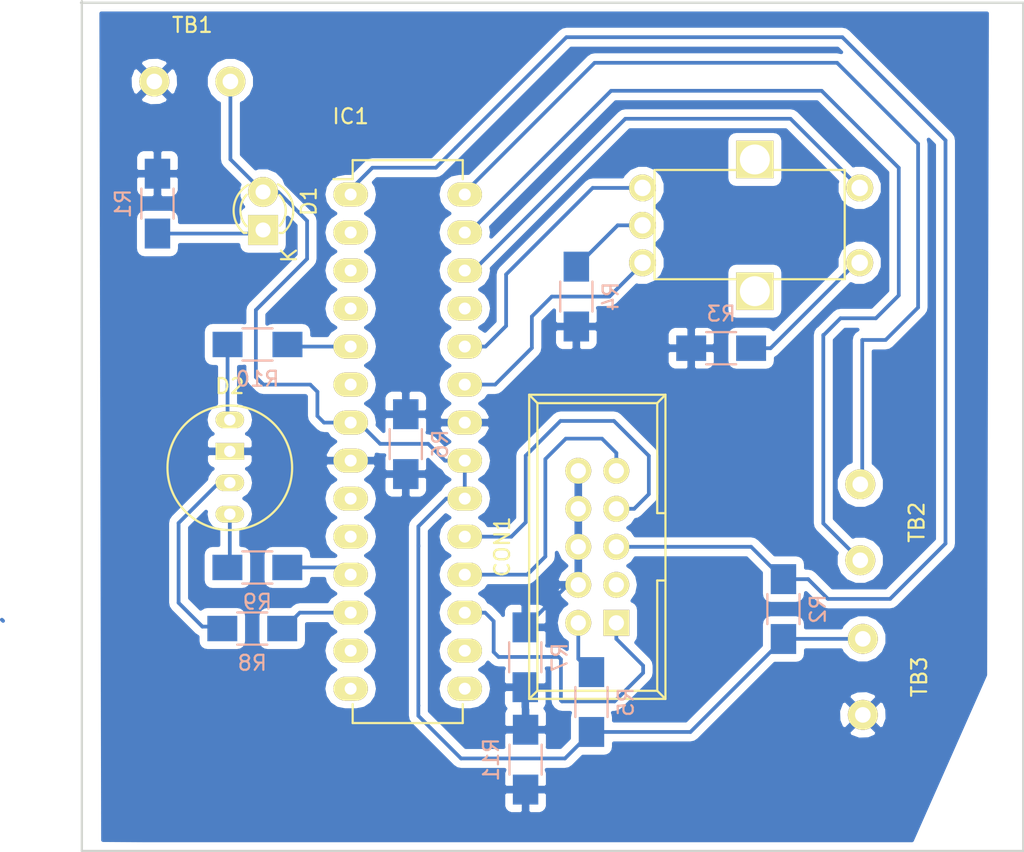
<source format=kicad_pcb>
(kicad_pcb (version 4) (host pcbnew "(2015-08-13 BZR 6091)-product")

  (general
    (links 45)
    (no_connects 4)
    (area 66.884999 97.714999 135.485001 154.645001)
    (thickness 1.6)
    (drawings 4)
    (tracks 148)
    (zones 0)
    (modules 19)
    (nets 33)
  )

  (page A4)
  (layers
    (0 F.Cu signal)
    (31 B.Cu signal)
    (32 B.Adhes user)
    (33 F.Adhes user)
    (34 B.Paste user)
    (35 F.Paste user)
    (36 B.SilkS user)
    (37 F.SilkS user)
    (38 B.Mask user)
    (39 F.Mask user)
    (40 Dwgs.User user)
    (41 Cmts.User user)
    (42 Eco1.User user)
    (43 Eco2.User user)
    (44 Edge.Cuts user)
    (45 Margin user)
    (46 B.CrtYd user)
    (47 F.CrtYd user)
    (48 B.Fab user)
    (49 F.Fab user)
  )

  (setup
    (last_trace_width 0.25)
    (trace_clearance 0.2)
    (zone_clearance 0.508)
    (zone_45_only no)
    (trace_min 0.2)
    (segment_width 0.2)
    (edge_width 0.15)
    (via_size 0.6)
    (via_drill 0.4)
    (via_min_size 0.4)
    (via_min_drill 0.3)
    (uvia_size 0.3)
    (uvia_drill 0.1)
    (uvias_allowed no)
    (uvia_min_size 0.2)
    (uvia_min_drill 0.1)
    (pcb_text_width 0.3)
    (pcb_text_size 1.5 1.5)
    (mod_edge_width 0.15)
    (mod_text_size 1 1)
    (mod_text_width 0.15)
    (pad_size 1.8 1.8)
    (pad_drill 1.1)
    (pad_to_mask_clearance 0.2)
    (aux_axis_origin 0 0)
    (grid_origin 153.67 132.08)
    (visible_elements 7FFFFFFF)
    (pcbplotparams
      (layerselection 0x01000_80000001)
      (usegerberextensions true)
      (excludeedgelayer true)
      (linewidth 0.100000)
      (plotframeref false)
      (viasonmask false)
      (mode 1)
      (useauxorigin false)
      (hpglpennumber 1)
      (hpglpenspeed 20)
      (hpglpendiameter 15)
      (hpglpenoverlay 2)
      (psnegative false)
      (psa4output false)
      (plotreference true)
      (plotvalue true)
      (plotinvisibletext false)
      (padsonsilk false)
      (subtractmaskfromsilk false)
      (outputformat 1)
      (mirror false)
      (drillshape 0)
      (scaleselection 1)
      (outputdirectory Output/))
  )

  (net 0 "")
  (net 1 /MOSI)
  (net 2 +5V)
  (net 3 "Net-(CON1-Pad3)")
  (net 4 /SCK)
  (net 5 GND)
  (net 6 "Net-(D1-Pad1)")
  (net 7 "Net-(D2-Pad1)")
  (net 8 "Net-(D2-Pad3)")
  (net 9 "Net-(D2-Pad4)")
  (net 10 "Net-(ENC1-Pad1)")
  (net 11 /But1)
  (net 12 "Net-(ENC1-Pad3)")
  (net 13 /Rot1_A)
  (net 14 /Rot1_B)
  (net 15 "Net-(IC1-Pad2)")
  (net 16 "Net-(IC1-Pad3)")
  (net 17 "Net-(IC1-Pad4)")
  (net 18 /Red)
  (net 19 "Net-(IC1-Pad6)")
  (net 20 "Net-(IC1-Pad9)")
  (net 21 "Net-(IC1-Pad10)")
  (net 22 /Green)
  (net 23 /Blue)
  (net 24 "Net-(IC1-Pad13)")
  (net 25 "Net-(IC1-Pad14)")
  (net 26 "Net-(IC1-Pad15)")
  (net 27 "Net-(IC1-Pad16)")
  (net 28 /MISO)
  (net 29 "Net-(IC1-Pad25)")
  (net 30 /RST)
  (net 31 /SCL)
  (net 32 /SDA)

  (net_class Default "This is the default net class."
    (clearance 0.2)
    (trace_width 0.25)
    (via_dia 0.6)
    (via_drill 0.4)
    (uvia_dia 0.3)
    (uvia_drill 0.1)
    (add_net +5V)
    (add_net /Blue)
    (add_net /But1)
    (add_net /Green)
    (add_net /MISO)
    (add_net /MOSI)
    (add_net /RST)
    (add_net /Red)
    (add_net /Rot1_A)
    (add_net /Rot1_B)
    (add_net /SCK)
    (add_net /SCL)
    (add_net /SDA)
    (add_net GND)
    (add_net "Net-(CON1-Pad3)")
    (add_net "Net-(D1-Pad1)")
    (add_net "Net-(D2-Pad1)")
    (add_net "Net-(D2-Pad3)")
    (add_net "Net-(D2-Pad4)")
    (add_net "Net-(ENC1-Pad1)")
    (add_net "Net-(ENC1-Pad3)")
    (add_net "Net-(IC1-Pad10)")
    (add_net "Net-(IC1-Pad13)")
    (add_net "Net-(IC1-Pad14)")
    (add_net "Net-(IC1-Pad15)")
    (add_net "Net-(IC1-Pad16)")
    (add_net "Net-(IC1-Pad2)")
    (add_net "Net-(IC1-Pad25)")
    (add_net "Net-(IC1-Pad3)")
    (add_net "Net-(IC1-Pad4)")
    (add_net "Net-(IC1-Pad6)")
    (add_net "Net-(IC1-Pad9)")
  )

  (module Connect:IDC_Header_Straight_10pins (layer F.Cu) (tedit 0) (tstamp 56C51B00)
    (at 108.24 139.33 90)
    (descr "10 pins through hole IDC header")
    (tags "IDC header socket VASCH")
    (path /56C14547)
    (fp_text reference CON1 (at 5.08 -7.62 90) (layer F.SilkS)
      (effects (font (size 1 1) (thickness 0.15)))
    )
    (fp_text value AVR-ISP-10 (at 5.08 5.223 90) (layer F.Fab)
      (effects (font (size 1 1) (thickness 0.15)))
    )
    (fp_line (start -5.08 -5.82) (end 15.24 -5.82) (layer F.SilkS) (width 0.15))
    (fp_line (start -4.54 -5.27) (end 14.68 -5.27) (layer F.SilkS) (width 0.15))
    (fp_line (start -5.08 3.28) (end 15.24 3.28) (layer F.SilkS) (width 0.15))
    (fp_line (start -4.54 2.73) (end 2.83 2.73) (layer F.SilkS) (width 0.15))
    (fp_line (start 7.33 2.73) (end 14.68 2.73) (layer F.SilkS) (width 0.15))
    (fp_line (start 2.83 2.73) (end 2.83 3.28) (layer F.SilkS) (width 0.15))
    (fp_line (start 7.33 2.73) (end 7.33 3.28) (layer F.SilkS) (width 0.15))
    (fp_line (start -5.08 -5.82) (end -5.08 3.28) (layer F.SilkS) (width 0.15))
    (fp_line (start -4.54 -5.27) (end -4.54 2.73) (layer F.SilkS) (width 0.15))
    (fp_line (start 15.24 -5.82) (end 15.24 3.28) (layer F.SilkS) (width 0.15))
    (fp_line (start 14.68 -5.27) (end 14.68 2.73) (layer F.SilkS) (width 0.15))
    (fp_line (start -5.08 -5.82) (end -4.54 -5.27) (layer F.SilkS) (width 0.15))
    (fp_line (start 15.24 -5.82) (end 14.68 -5.27) (layer F.SilkS) (width 0.15))
    (fp_line (start -5.08 3.28) (end -4.54 2.73) (layer F.SilkS) (width 0.15))
    (fp_line (start 15.24 3.28) (end 14.68 2.73) (layer F.SilkS) (width 0.15))
    (fp_line (start -5.35 -6.05) (end 15.5 -6.05) (layer F.CrtYd) (width 0.05))
    (fp_line (start 15.5 -6.05) (end 15.5 3.55) (layer F.CrtYd) (width 0.05))
    (fp_line (start 15.5 3.55) (end -5.35 3.55) (layer F.CrtYd) (width 0.05))
    (fp_line (start -5.35 3.55) (end -5.35 -6.05) (layer F.CrtYd) (width 0.05))
    (pad 1 thru_hole rect (at 0 0 90) (size 1.7272 1.7272) (drill 1.016) (layers *.Cu *.Mask F.SilkS)
      (net 1 /MOSI))
    (pad 2 thru_hole oval (at 0 -2.54 90) (size 1.7272 1.7272) (drill 1.016) (layers *.Cu *.Mask F.SilkS)
      (net 2 +5V))
    (pad 3 thru_hole oval (at 2.54 0 90) (size 1.7272 1.7272) (drill 1.016) (layers *.Cu *.Mask F.SilkS)
      (net 3 "Net-(CON1-Pad3)"))
    (pad 4 thru_hole oval (at 2.54 -2.54 90) (size 1.7272 1.7272) (drill 1.016) (layers *.Cu *.Mask F.SilkS)
      (net 5 GND))
    (pad 5 thru_hole oval (at 5.08 0 90) (size 1.7272 1.7272) (drill 1.016) (layers *.Cu *.Mask F.SilkS)
      (net 30 /RST))
    (pad 6 thru_hole oval (at 5.08 -2.54 90) (size 1.7272 1.7272) (drill 1.016) (layers *.Cu *.Mask F.SilkS)
      (net 5 GND))
    (pad 7 thru_hole oval (at 7.62 0 90) (size 1.7272 1.7272) (drill 1.016) (layers *.Cu *.Mask F.SilkS)
      (net 4 /SCK))
    (pad 8 thru_hole oval (at 7.62 -2.54 90) (size 1.7272 1.7272) (drill 1.016) (layers *.Cu *.Mask F.SilkS)
      (net 5 GND))
    (pad 9 thru_hole oval (at 10.16 0 90) (size 1.7272 1.7272) (drill 1.016) (layers *.Cu *.Mask F.SilkS)
      (net 28 /MISO))
    (pad 10 thru_hole oval (at 10.16 -2.54 90) (size 1.7272 1.7272) (drill 1.016) (layers *.Cu *.Mask F.SilkS)
      (net 5 GND))
  )

  (module LEDs:LED-3MM (layer F.Cu) (tedit 559B82F6) (tstamp 56C51B06)
    (at 84.65 113.08 90)
    (descr "LED 3mm round vertical")
    (tags "LED  3mm round vertical")
    (path /56C16FD6)
    (fp_text reference D1 (at 1.91 3.06 90) (layer F.SilkS)
      (effects (font (size 1 1) (thickness 0.15)))
    )
    (fp_text value LED (at 1.3 -2.9 90) (layer F.Fab)
      (effects (font (size 1 1) (thickness 0.15)))
    )
    (fp_line (start -1.2 2.3) (end 3.8 2.3) (layer F.CrtYd) (width 0.05))
    (fp_line (start 3.8 2.3) (end 3.8 -2.2) (layer F.CrtYd) (width 0.05))
    (fp_line (start 3.8 -2.2) (end -1.2 -2.2) (layer F.CrtYd) (width 0.05))
    (fp_line (start -1.2 -2.2) (end -1.2 2.3) (layer F.CrtYd) (width 0.05))
    (fp_line (start -0.199 1.314) (end -0.199 1.114) (layer F.SilkS) (width 0.15))
    (fp_line (start -0.199 -1.28) (end -0.199 -1.1) (layer F.SilkS) (width 0.15))
    (fp_arc (start 1.301 0.034) (end -0.199 -1.286) (angle 108.5) (layer F.SilkS) (width 0.15))
    (fp_arc (start 1.301 0.034) (end 0.25 -1.1) (angle 85.7) (layer F.SilkS) (width 0.15))
    (fp_arc (start 1.311 0.034) (end 3.051 0.994) (angle 110) (layer F.SilkS) (width 0.15))
    (fp_arc (start 1.301 0.034) (end 2.335 1.094) (angle 87.5) (layer F.SilkS) (width 0.15))
    (fp_text user K (at -1.69 1.74 90) (layer F.SilkS)
      (effects (font (size 1 1) (thickness 0.15)))
    )
    (pad 1 thru_hole rect (at 0 0 180) (size 2 2) (drill 1.00076) (layers *.Cu *.Mask F.SilkS)
      (net 6 "Net-(D1-Pad1)"))
    (pad 2 thru_hole circle (at 2.54 0 90) (size 2 2) (drill 1.00076) (layers *.Cu *.Mask F.SilkS)
      (net 2 +5V))
    (model LEDs.3dshapes/LED-3MM.wrl
      (at (xyz 0.05 0 0))
      (scale (xyz 1 1 1))
      (rotate (xyz 0 0 90))
    )
  )

  (module RGB_LED_footprints:Rotary_encoder (layer F.Cu) (tedit 56C6640E) (tstamp 56C51B19)
    (at 117.49 112.77 180)
    (path /56C11983)
    (fp_text reference ENC1 (at 0 1.27 180) (layer F.SilkS) hide
      (effects (font (size 1 1) (thickness 0.15)))
    )
    (fp_text value Rotary_Encoder (at 0.1 -1.3 180) (layer F.Fab)
      (effects (font (size 1 1) (thickness 0.15)))
    )
    (fp_line (start -6 -3.6) (end 6.7 -3.6) (layer F.SilkS) (width 0.15))
    (fp_line (start 6.7 3.7) (end 6.7 -3.5) (layer F.SilkS) (width 0.15))
    (fp_line (start -6 3.7) (end 6.6 3.7) (layer F.SilkS) (width 0.15))
    (fp_line (start -6 -3.6) (end -6 3.7) (layer F.SilkS) (width 0.15))
    (pad 1 thru_hole circle (at -7 -2.5 180) (size 1.8 1.8) (drill 1.1) (layers *.Cu *.Mask F.SilkS)
      (net 10 "Net-(ENC1-Pad1)"))
    (pad 2 thru_hole circle (at -7 2.5 180) (size 1.8 1.8) (drill 1.1) (layers *.Cu *.Mask F.SilkS)
      (net 11 /But1))
    (pad 3 thru_hole circle (at 7.5 0 180) (size 1.8 1.8) (drill 1.1) (layers *.Cu *.Mask F.SilkS)
      (net 12 "Net-(ENC1-Pad3)"))
    (pad 4 thru_hole circle (at 7.5 -2.5 180) (size 1.8 1.8) (drill 1.1) (layers *.Cu *.Mask F.SilkS)
      (net 13 /Rot1_A))
    (pad 5 thru_hole circle (at 7.5 2.5 180) (size 1.8 1.8) (drill 1.1) (layers *.Cu *.Mask F.SilkS)
      (net 14 /Rot1_B))
    (pad 7 thru_hole rect (at 0 -4.4 180) (size 2.5 2.5) (drill 2) (layers *.Cu *.Mask F.SilkS))
    (pad 8 thru_hole rect (at 0 4.4 180) (size 2.5 2.5) (drill 2) (layers *.Cu *.Mask F.SilkS))
  )

  (module Resistors_SMD:R_1206_HandSoldering (layer B.Cu) (tedit 5418A20D) (tstamp 56C51B3F)
    (at 77.6 111.32 270)
    (descr "Resistor SMD 1206, hand soldering")
    (tags "resistor 1206")
    (path /56C17177)
    (attr smd)
    (fp_text reference R1 (at 0 2.3 270) (layer B.SilkS)
      (effects (font (size 1 1) (thickness 0.15)) (justify mirror))
    )
    (fp_text value 330 (at 0 -2.3 270) (layer B.Fab)
      (effects (font (size 1 1) (thickness 0.15)) (justify mirror))
    )
    (fp_line (start -3.3 1.2) (end 3.3 1.2) (layer B.CrtYd) (width 0.05))
    (fp_line (start -3.3 -1.2) (end 3.3 -1.2) (layer B.CrtYd) (width 0.05))
    (fp_line (start -3.3 1.2) (end -3.3 -1.2) (layer B.CrtYd) (width 0.05))
    (fp_line (start 3.3 1.2) (end 3.3 -1.2) (layer B.CrtYd) (width 0.05))
    (fp_line (start 1 -1.075) (end -1 -1.075) (layer B.SilkS) (width 0.15))
    (fp_line (start -1 1.075) (end 1 1.075) (layer B.SilkS) (width 0.15))
    (pad 1 smd rect (at -2 0 270) (size 2 1.7) (layers B.Cu B.Paste B.Mask)
      (net 5 GND))
    (pad 2 smd rect (at 2 0 270) (size 2 1.7) (layers B.Cu B.Paste B.Mask)
      (net 6 "Net-(D1-Pad1)"))
    (model Resistors_SMD.3dshapes/R_1206_HandSoldering.wrl
      (at (xyz 0 0 0))
      (scale (xyz 1 1 1))
      (rotate (xyz 0 0 0))
    )
  )

  (module Resistors_SMD:R_1206_HandSoldering (layer B.Cu) (tedit 5418A20D) (tstamp 56C51B45)
    (at 119.4 138.41 90)
    (descr "Resistor SMD 1206, hand soldering")
    (tags "resistor 1206")
    (path /56C140CE)
    (attr smd)
    (fp_text reference R2 (at 0 2.3 90) (layer B.SilkS)
      (effects (font (size 1 1) (thickness 0.15)) (justify mirror))
    )
    (fp_text value 10k (at 0 -2.3 90) (layer B.Fab)
      (effects (font (size 1 1) (thickness 0.15)) (justify mirror))
    )
    (fp_line (start -3.3 1.2) (end 3.3 1.2) (layer B.CrtYd) (width 0.05))
    (fp_line (start -3.3 -1.2) (end 3.3 -1.2) (layer B.CrtYd) (width 0.05))
    (fp_line (start -3.3 1.2) (end -3.3 -1.2) (layer B.CrtYd) (width 0.05))
    (fp_line (start 3.3 1.2) (end 3.3 -1.2) (layer B.CrtYd) (width 0.05))
    (fp_line (start 1 -1.075) (end -1 -1.075) (layer B.SilkS) (width 0.15))
    (fp_line (start -1 1.075) (end 1 1.075) (layer B.SilkS) (width 0.15))
    (pad 1 smd rect (at -2 0 90) (size 2 1.7) (layers B.Cu B.Paste B.Mask)
      (net 2 +5V))
    (pad 2 smd rect (at 2 0 90) (size 2 1.7) (layers B.Cu B.Paste B.Mask)
      (net 30 /RST))
    (model Resistors_SMD.3dshapes/R_1206_HandSoldering.wrl
      (at (xyz 0 0 0))
      (scale (xyz 1 1 1))
      (rotate (xyz 0 0 0))
    )
  )

  (module Resistors_SMD:R_1206_HandSoldering (layer B.Cu) (tedit 5418A20D) (tstamp 56C51B4B)
    (at 115.24 120.98 180)
    (descr "Resistor SMD 1206, hand soldering")
    (tags "resistor 1206")
    (path /56C123CD)
    (attr smd)
    (fp_text reference R3 (at 0 2.3 180) (layer B.SilkS)
      (effects (font (size 1 1) (thickness 0.15)) (justify mirror))
    )
    (fp_text value 10k (at 0 -2.3 180) (layer B.Fab)
      (effects (font (size 1 1) (thickness 0.15)) (justify mirror))
    )
    (fp_line (start -3.3 1.2) (end 3.3 1.2) (layer B.CrtYd) (width 0.05))
    (fp_line (start -3.3 -1.2) (end 3.3 -1.2) (layer B.CrtYd) (width 0.05))
    (fp_line (start -3.3 1.2) (end -3.3 -1.2) (layer B.CrtYd) (width 0.05))
    (fp_line (start 3.3 1.2) (end 3.3 -1.2) (layer B.CrtYd) (width 0.05))
    (fp_line (start 1 -1.075) (end -1 -1.075) (layer B.SilkS) (width 0.15))
    (fp_line (start -1 1.075) (end 1 1.075) (layer B.SilkS) (width 0.15))
    (pad 1 smd rect (at -2 0 180) (size 2 1.7) (layers B.Cu B.Paste B.Mask)
      (net 10 "Net-(ENC1-Pad1)"))
    (pad 2 smd rect (at 2 0 180) (size 2 1.7) (layers B.Cu B.Paste B.Mask)
      (net 5 GND))
    (model Resistors_SMD.3dshapes/R_1206_HandSoldering.wrl
      (at (xyz 0 0 0))
      (scale (xyz 1 1 1))
      (rotate (xyz 0 0 0))
    )
  )

  (module Resistors_SMD:R_1206_HandSoldering (layer B.Cu) (tedit 5418A20D) (tstamp 56C51B51)
    (at 105.57 117.53 90)
    (descr "Resistor SMD 1206, hand soldering")
    (tags "resistor 1206")
    (path /56C12430)
    (attr smd)
    (fp_text reference R4 (at 0 2.3 90) (layer B.SilkS)
      (effects (font (size 1 1) (thickness 0.15)) (justify mirror))
    )
    (fp_text value 10k (at 0 -2.3 90) (layer B.Fab)
      (effects (font (size 1 1) (thickness 0.15)) (justify mirror))
    )
    (fp_line (start -3.3 1.2) (end 3.3 1.2) (layer B.CrtYd) (width 0.05))
    (fp_line (start -3.3 -1.2) (end 3.3 -1.2) (layer B.CrtYd) (width 0.05))
    (fp_line (start -3.3 1.2) (end -3.3 -1.2) (layer B.CrtYd) (width 0.05))
    (fp_line (start 3.3 1.2) (end 3.3 -1.2) (layer B.CrtYd) (width 0.05))
    (fp_line (start 1 -1.075) (end -1 -1.075) (layer B.SilkS) (width 0.15))
    (fp_line (start -1 1.075) (end 1 1.075) (layer B.SilkS) (width 0.15))
    (pad 1 smd rect (at -2 0 90) (size 2 1.7) (layers B.Cu B.Paste B.Mask)
      (net 5 GND))
    (pad 2 smd rect (at 2 0 90) (size 2 1.7) (layers B.Cu B.Paste B.Mask)
      (net 12 "Net-(ENC1-Pad3)"))
    (model Resistors_SMD.3dshapes/R_1206_HandSoldering.wrl
      (at (xyz 0 0 0))
      (scale (xyz 1 1 1))
      (rotate (xyz 0 0 0))
    )
  )

  (module Resistors_SMD:R_1206_HandSoldering (layer B.Cu) (tedit 5418A20D) (tstamp 56C51B57)
    (at 106.58 144.62 90)
    (descr "Resistor SMD 1206, hand soldering")
    (tags "resistor 1206")
    (path /56CC1BC8)
    (attr smd)
    (fp_text reference R5 (at 0 2.3 90) (layer B.SilkS)
      (effects (font (size 1 1) (thickness 0.15)) (justify mirror))
    )
    (fp_text value 0 (at 0 -2.3 90) (layer B.Fab)
      (effects (font (size 1 1) (thickness 0.15)) (justify mirror))
    )
    (fp_line (start -3.3 1.2) (end 3.3 1.2) (layer B.CrtYd) (width 0.05))
    (fp_line (start -3.3 -1.2) (end 3.3 -1.2) (layer B.CrtYd) (width 0.05))
    (fp_line (start -3.3 1.2) (end -3.3 -1.2) (layer B.CrtYd) (width 0.05))
    (fp_line (start 3.3 1.2) (end 3.3 -1.2) (layer B.CrtYd) (width 0.05))
    (fp_line (start 1 -1.075) (end -1 -1.075) (layer B.SilkS) (width 0.15))
    (fp_line (start -1 1.075) (end 1 1.075) (layer B.SilkS) (width 0.15))
    (pad 1 smd rect (at -2 0 90) (size 2 1.7) (layers B.Cu B.Paste B.Mask)
      (net 2 +5V))
    (pad 2 smd rect (at 2 0 90) (size 2 1.7) (layers B.Cu B.Paste B.Mask)
      (net 2 +5V))
    (model Resistors_SMD.3dshapes/R_1206_HandSoldering.wrl
      (at (xyz 0 0 0))
      (scale (xyz 1 1 1))
      (rotate (xyz 0 0 0))
    )
  )

  (module RGB_LED_footprints:Screw_Terminal (layer F.Cu) (tedit 56C111FE) (tstamp 56C51B69)
    (at 79.93 100.66 180)
    (path /56C10AD9)
    (fp_text reference TB1 (at 0 1.27 180) (layer F.SilkS)
      (effects (font (size 1 1) (thickness 0.15)))
    )
    (fp_text value Screw_Terminal (at 0 -0.5 180) (layer F.Fab)
      (effects (font (size 1 1) (thickness 0.15)))
    )
    (pad 1 thru_hole circle (at 2.54 -2.5 180) (size 2 2) (drill 1.04) (layers *.Cu *.Mask F.SilkS)
      (net 5 GND))
    (pad 2 thru_hole circle (at -2.54 -2.5 180) (size 2 2) (drill 1.04) (layers *.Cu *.Mask F.SilkS)
      (net 2 +5V))
  )

  (module Housings_DIP:DIP-28_W7.62mm_LongPads (layer F.Cu) (tedit 54130A77) (tstamp 56C66007)
    (at 90.5 110.71)
    (descr "28-lead dip package, row spacing 7.62 mm (300 mils), longer pads")
    (tags "dil dip 2.54 300")
    (path /56C10504)
    (fp_text reference IC1 (at 0 -5.22) (layer F.SilkS)
      (effects (font (size 1 1) (thickness 0.15)))
    )
    (fp_text value ATMEGA328-P (at 0 -3.72) (layer F.Fab)
      (effects (font (size 1 1) (thickness 0.15)))
    )
    (fp_line (start -1.4 -2.45) (end -1.4 35.5) (layer F.CrtYd) (width 0.05))
    (fp_line (start 9 -2.45) (end 9 35.5) (layer F.CrtYd) (width 0.05))
    (fp_line (start -1.4 -2.45) (end 9 -2.45) (layer F.CrtYd) (width 0.05))
    (fp_line (start -1.4 35.5) (end 9 35.5) (layer F.CrtYd) (width 0.05))
    (fp_line (start 0.135 -2.295) (end 0.135 -1.025) (layer F.SilkS) (width 0.15))
    (fp_line (start 7.485 -2.295) (end 7.485 -1.025) (layer F.SilkS) (width 0.15))
    (fp_line (start 7.485 35.315) (end 7.485 34.045) (layer F.SilkS) (width 0.15))
    (fp_line (start 0.135 35.315) (end 0.135 34.045) (layer F.SilkS) (width 0.15))
    (fp_line (start 0.135 -2.295) (end 7.485 -2.295) (layer F.SilkS) (width 0.15))
    (fp_line (start 0.135 35.315) (end 7.485 35.315) (layer F.SilkS) (width 0.15))
    (fp_line (start 0.135 -1.025) (end -1.15 -1.025) (layer F.SilkS) (width 0.15))
    (pad 1 thru_hole oval (at 0 0) (size 2.3 1.6) (drill 0.8) (layers *.Cu *.Mask F.SilkS)
      (net 30 /RST))
    (pad 2 thru_hole oval (at 0 2.54) (size 2.3 1.6) (drill 0.8) (layers *.Cu *.Mask F.SilkS)
      (net 15 "Net-(IC1-Pad2)"))
    (pad 3 thru_hole oval (at 0 5.08) (size 2.3 1.6) (drill 0.8) (layers *.Cu *.Mask F.SilkS)
      (net 16 "Net-(IC1-Pad3)"))
    (pad 4 thru_hole oval (at 0 7.62) (size 2.3 1.6) (drill 0.8) (layers *.Cu *.Mask F.SilkS)
      (net 17 "Net-(IC1-Pad4)"))
    (pad 5 thru_hole oval (at 0 10.16) (size 2.3 1.6) (drill 0.8) (layers *.Cu *.Mask F.SilkS)
      (net 18 /Red))
    (pad 6 thru_hole oval (at 0 12.7) (size 2.3 1.6) (drill 0.8) (layers *.Cu *.Mask F.SilkS)
      (net 19 "Net-(IC1-Pad6)"))
    (pad 7 thru_hole oval (at 0 15.24) (size 2.3 1.6) (drill 0.8) (layers *.Cu *.Mask F.SilkS)
      (net 2 +5V))
    (pad 8 thru_hole oval (at 0 17.78) (size 2.3 1.6) (drill 0.8) (layers *.Cu *.Mask F.SilkS)
      (net 5 GND))
    (pad 9 thru_hole oval (at 0 20.32) (size 2.3 1.6) (drill 0.8) (layers *.Cu *.Mask F.SilkS)
      (net 20 "Net-(IC1-Pad9)"))
    (pad 10 thru_hole oval (at 0 22.86) (size 2.3 1.6) (drill 0.8) (layers *.Cu *.Mask F.SilkS)
      (net 21 "Net-(IC1-Pad10)"))
    (pad 11 thru_hole oval (at 0 25.4) (size 2.3 1.6) (drill 0.8) (layers *.Cu *.Mask F.SilkS)
      (net 22 /Green))
    (pad 12 thru_hole oval (at 0 27.94) (size 2.3 1.6) (drill 0.8) (layers *.Cu *.Mask F.SilkS)
      (net 23 /Blue))
    (pad 13 thru_hole oval (at 0 30.48) (size 2.3 1.6) (drill 0.8) (layers *.Cu *.Mask F.SilkS)
      (net 24 "Net-(IC1-Pad13)"))
    (pad 14 thru_hole oval (at 0 33.02) (size 2.3 1.6) (drill 0.8) (layers *.Cu *.Mask F.SilkS)
      (net 25 "Net-(IC1-Pad14)"))
    (pad 15 thru_hole oval (at 7.62 33.02) (size 2.3 1.6) (drill 0.8) (layers *.Cu *.Mask F.SilkS)
      (net 26 "Net-(IC1-Pad15)"))
    (pad 16 thru_hole oval (at 7.62 30.48) (size 2.3 1.6) (drill 0.8) (layers *.Cu *.Mask F.SilkS)
      (net 27 "Net-(IC1-Pad16)"))
    (pad 17 thru_hole oval (at 7.62 27.94) (size 2.3 1.6) (drill 0.8) (layers *.Cu *.Mask F.SilkS)
      (net 1 /MOSI))
    (pad 18 thru_hole oval (at 7.62 25.4) (size 2.3 1.6) (drill 0.8) (layers *.Cu *.Mask F.SilkS)
      (net 28 /MISO))
    (pad 19 thru_hole oval (at 7.62 22.86) (size 2.3 1.6) (drill 0.8) (layers *.Cu *.Mask F.SilkS)
      (net 4 /SCK))
    (pad 20 thru_hole oval (at 7.62 20.32) (size 2.3 1.6) (drill 0.8) (layers *.Cu *.Mask F.SilkS)
      (net 2 +5V))
    (pad 21 thru_hole oval (at 7.62 17.78) (size 2.3 1.6) (drill 0.8) (layers *.Cu *.Mask F.SilkS)
      (net 2 +5V))
    (pad 22 thru_hole oval (at 7.62 15.24) (size 2.3 1.6) (drill 0.8) (layers *.Cu *.Mask F.SilkS)
      (net 5 GND))
    (pad 23 thru_hole oval (at 7.62 12.7) (size 2.3 1.6) (drill 0.8) (layers *.Cu *.Mask F.SilkS)
      (net 13 /Rot1_A))
    (pad 24 thru_hole oval (at 7.62 10.16) (size 2.3 1.6) (drill 0.8) (layers *.Cu *.Mask F.SilkS)
      (net 14 /Rot1_B))
    (pad 25 thru_hole oval (at 7.62 7.62) (size 2.3 1.6) (drill 0.8) (layers *.Cu *.Mask F.SilkS)
      (net 29 "Net-(IC1-Pad25)"))
    (pad 26 thru_hole oval (at 7.62 5.08) (size 2.3 1.6) (drill 0.8) (layers *.Cu *.Mask F.SilkS)
      (net 11 /But1))
    (pad 27 thru_hole oval (at 7.62 2.54) (size 2.3 1.6) (drill 0.8) (layers *.Cu *.Mask F.SilkS)
      (net 31 /SCL))
    (pad 28 thru_hole oval (at 7.62 0) (size 2.3 1.6) (drill 0.8) (layers *.Cu *.Mask F.SilkS)
      (net 32 /SDA))
    (model Housings_DIP.3dshapes/DIP-28_W7.62mm_LongPads.wrl
      (at (xyz 0 0 0))
      (scale (xyz 1 1 1))
      (rotate (xyz 0 0 0))
    )
  )

  (module please:RGB_LED_new (layer F.Cu) (tedit 56C6859F) (tstamp 56C68677)
    (at 82.43 125.77)
    (descr "5mm common cathode RGB LED")
    (tags "RGB LED 5mm Common Cathode")
    (path /56C105E0)
    (fp_text reference D2 (at 0 -2.25) (layer F.SilkS)
      (effects (font (size 1 1) (thickness 0.15)))
    )
    (fp_text value LED_RCBG (at 0 8.2) (layer F.Fab)
      (effects (font (size 1 1) (thickness 0.15)))
    )
    (fp_circle (center 0 3.2) (end 3.4 0.8) (layer F.SilkS) (width 0.15))
    (pad 1 thru_hole oval (at 0 0) (size 1.905 1.1176) (drill 0.762) (layers *.Cu *.Mask F.SilkS)
      (net 7 "Net-(D2-Pad1)"))
    (pad 2 thru_hole rect (at 0 2.1) (size 1.905 1.1176) (drill 0.762) (layers *.Cu *.Mask F.SilkS)
      (net 5 GND))
    (pad 3 thru_hole oval (at 0 4.2) (size 1.905 1.1176) (drill 0.762) (layers *.Cu *.Mask F.SilkS)
      (net 8 "Net-(D2-Pad3)"))
    (pad 4 thru_hole oval (at 0 6.3) (size 1.905 1.1176) (drill 0.762) (layers *.Cu *.Mask F.SilkS)
      (net 9 "Net-(D2-Pad4)"))
  )

  (module RGB_LED_footprints:Screw_Terminal (layer F.Cu) (tedit 56C111FE) (tstamp 56CBDC17)
    (at 127.03 132.61 90)
    (path /56CBF0B0)
    (fp_text reference TB2 (at 0 1.27 90) (layer F.SilkS)
      (effects (font (size 1 1) (thickness 0.15)))
    )
    (fp_text value Screw_Terminal (at 0 -0.5 90) (layer F.Fab)
      (effects (font (size 1 1) (thickness 0.15)))
    )
    (pad 1 thru_hole circle (at 2.54 -2.5 90) (size 2 2) (drill 1.04) (layers *.Cu *.Mask F.SilkS)
      (net 32 /SDA))
    (pad 2 thru_hole circle (at -2.54 -2.5 90) (size 2 2) (drill 1.04) (layers *.Cu *.Mask F.SilkS)
      (net 31 /SCL))
  )

  (module RGB_LED_footprints:Screw_Terminal (layer F.Cu) (tedit 56C111FE) (tstamp 56CBDC1D)
    (at 127.2 142.94 90)
    (path /56CBF11D)
    (fp_text reference TB3 (at 0 1.27 90) (layer F.SilkS)
      (effects (font (size 1 1) (thickness 0.15)))
    )
    (fp_text value Screw_Terminal (at 0 -0.5 90) (layer F.Fab)
      (effects (font (size 1 1) (thickness 0.15)))
    )
    (pad 1 thru_hole circle (at 2.54 -2.5 90) (size 2 2) (drill 1.04) (layers *.Cu *.Mask F.SilkS)
      (net 2 +5V))
    (pad 2 thru_hole circle (at -2.54 -2.5 90) (size 2 2) (drill 1.04) (layers *.Cu *.Mask F.SilkS)
      (net 5 GND))
  )

  (module Resistors_SMD:R_1206_HandSoldering (layer B.Cu) (tedit 5418A20D) (tstamp 56CBE2F2)
    (at 94.18 127.39 90)
    (descr "Resistor SMD 1206, hand soldering")
    (tags "resistor 1206")
    (path /56CC1B7F)
    (attr smd)
    (fp_text reference R6 (at 0 2.3 90) (layer B.SilkS)
      (effects (font (size 1 1) (thickness 0.15)) (justify mirror))
    )
    (fp_text value 0 (at 0 -2.3 90) (layer B.Fab)
      (effects (font (size 1 1) (thickness 0.15)) (justify mirror))
    )
    (fp_line (start -3.3 1.2) (end 3.3 1.2) (layer B.CrtYd) (width 0.05))
    (fp_line (start -3.3 -1.2) (end 3.3 -1.2) (layer B.CrtYd) (width 0.05))
    (fp_line (start -3.3 1.2) (end -3.3 -1.2) (layer B.CrtYd) (width 0.05))
    (fp_line (start 3.3 1.2) (end 3.3 -1.2) (layer B.CrtYd) (width 0.05))
    (fp_line (start 1 -1.075) (end -1 -1.075) (layer B.SilkS) (width 0.15))
    (fp_line (start -1 1.075) (end 1 1.075) (layer B.SilkS) (width 0.15))
    (pad 1 smd rect (at -2 0 90) (size 2 1.7) (layers B.Cu B.Paste B.Mask)
      (net 5 GND))
    (pad 2 smd rect (at 2 0 90) (size 2 1.7) (layers B.Cu B.Paste B.Mask)
      (net 5 GND))
    (model Resistors_SMD.3dshapes/R_1206_HandSoldering.wrl
      (at (xyz 0 0 0))
      (scale (xyz 1 1 1))
      (rotate (xyz 0 0 0))
    )
  )

  (module Resistors_SMD:R_1206_HandSoldering (layer B.Cu) (tedit 5418A20D) (tstamp 56CBE308)
    (at 83.93 139.71)
    (descr "Resistor SMD 1206, hand soldering")
    (tags "resistor 1206")
    (path /56CC0E53)
    (attr smd)
    (fp_text reference R8 (at 0 2.3) (layer B.SilkS)
      (effects (font (size 1 1) (thickness 0.15)) (justify mirror))
    )
    (fp_text value 620 (at 0 -2.3) (layer B.Fab)
      (effects (font (size 1 1) (thickness 0.15)) (justify mirror))
    )
    (fp_line (start -3.3 1.2) (end 3.3 1.2) (layer B.CrtYd) (width 0.05))
    (fp_line (start -3.3 -1.2) (end 3.3 -1.2) (layer B.CrtYd) (width 0.05))
    (fp_line (start -3.3 1.2) (end -3.3 -1.2) (layer B.CrtYd) (width 0.05))
    (fp_line (start 3.3 1.2) (end 3.3 -1.2) (layer B.CrtYd) (width 0.05))
    (fp_line (start 1 -1.075) (end -1 -1.075) (layer B.SilkS) (width 0.15))
    (fp_line (start -1 1.075) (end 1 1.075) (layer B.SilkS) (width 0.15))
    (pad 1 smd rect (at -2 0) (size 2 1.7) (layers B.Cu B.Paste B.Mask)
      (net 8 "Net-(D2-Pad3)"))
    (pad 2 smd rect (at 2 0) (size 2 1.7) (layers B.Cu B.Paste B.Mask)
      (net 23 /Blue))
    (model Resistors_SMD.3dshapes/R_1206_HandSoldering.wrl
      (at (xyz 0 0 0))
      (scale (xyz 1 1 1))
      (rotate (xyz 0 0 0))
    )
  )

  (module Resistors_SMD:R_1206_HandSoldering (layer B.Cu) (tedit 5418A20D) (tstamp 56CBE31E)
    (at 84.27 135.63)
    (descr "Resistor SMD 1206, hand soldering")
    (tags "resistor 1206")
    (path /56CC1460)
    (attr smd)
    (fp_text reference R9 (at 0 2.3) (layer B.SilkS)
      (effects (font (size 1 1) (thickness 0.15)) (justify mirror))
    )
    (fp_text value 200 (at 0 -2.3) (layer B.Fab)
      (effects (font (size 1 1) (thickness 0.15)) (justify mirror))
    )
    (fp_line (start -3.3 1.2) (end 3.3 1.2) (layer B.CrtYd) (width 0.05))
    (fp_line (start -3.3 -1.2) (end 3.3 -1.2) (layer B.CrtYd) (width 0.05))
    (fp_line (start -3.3 1.2) (end -3.3 -1.2) (layer B.CrtYd) (width 0.05))
    (fp_line (start 3.3 1.2) (end 3.3 -1.2) (layer B.CrtYd) (width 0.05))
    (fp_line (start 1 -1.075) (end -1 -1.075) (layer B.SilkS) (width 0.15))
    (fp_line (start -1 1.075) (end 1 1.075) (layer B.SilkS) (width 0.15))
    (pad 1 smd rect (at -2 0) (size 2 1.7) (layers B.Cu B.Paste B.Mask)
      (net 9 "Net-(D2-Pad4)"))
    (pad 2 smd rect (at 2 0) (size 2 1.7) (layers B.Cu B.Paste B.Mask)
      (net 22 /Green))
    (model Resistors_SMD.3dshapes/R_1206_HandSoldering.wrl
      (at (xyz 0 0 0))
      (scale (xyz 1 1 1))
      (rotate (xyz 0 0 0))
    )
  )

  (module Resistors_SMD:R_1206_HandSoldering (layer B.Cu) (tedit 5418A20D) (tstamp 56CBE31F)
    (at 84.28 120.73)
    (descr "Resistor SMD 1206, hand soldering")
    (tags "resistor 1206")
    (path /56CC15CD)
    (attr smd)
    (fp_text reference R10 (at 0 2.3) (layer B.SilkS)
      (effects (font (size 1 1) (thickness 0.15)) (justify mirror))
    )
    (fp_text value 200 (at 0 -2.3) (layer B.Fab)
      (effects (font (size 1 1) (thickness 0.15)) (justify mirror))
    )
    (fp_line (start -3.3 1.2) (end 3.3 1.2) (layer B.CrtYd) (width 0.05))
    (fp_line (start -3.3 -1.2) (end 3.3 -1.2) (layer B.CrtYd) (width 0.05))
    (fp_line (start -3.3 1.2) (end -3.3 -1.2) (layer B.CrtYd) (width 0.05))
    (fp_line (start 3.3 1.2) (end 3.3 -1.2) (layer B.CrtYd) (width 0.05))
    (fp_line (start 1 -1.075) (end -1 -1.075) (layer B.SilkS) (width 0.15))
    (fp_line (start -1 1.075) (end 1 1.075) (layer B.SilkS) (width 0.15))
    (pad 1 smd rect (at -2 0) (size 2 1.7) (layers B.Cu B.Paste B.Mask)
      (net 7 "Net-(D2-Pad1)"))
    (pad 2 smd rect (at 2 0) (size 2 1.7) (layers B.Cu B.Paste B.Mask)
      (net 18 /Red))
    (model Resistors_SMD.3dshapes/R_1206_HandSoldering.wrl
      (at (xyz 0 0 0))
      (scale (xyz 1 1 1))
      (rotate (xyz 0 0 0))
    )
  )

  (module Resistors_SMD:R_1206_HandSoldering (layer B.Cu) (tedit 5418A20D) (tstamp 56CBE61C)
    (at 102.16 141.63 90)
    (descr "Resistor SMD 1206, hand soldering")
    (tags "resistor 1206")
    (path /56CC2C80)
    (attr smd)
    (fp_text reference R7 (at 0 2.3 90) (layer B.SilkS)
      (effects (font (size 1 1) (thickness 0.15)) (justify mirror))
    )
    (fp_text value 0 (at 0 -2.3 90) (layer B.Fab)
      (effects (font (size 1 1) (thickness 0.15)) (justify mirror))
    )
    (fp_line (start -3.3 1.2) (end 3.3 1.2) (layer B.CrtYd) (width 0.05))
    (fp_line (start -3.3 -1.2) (end 3.3 -1.2) (layer B.CrtYd) (width 0.05))
    (fp_line (start -3.3 1.2) (end -3.3 -1.2) (layer B.CrtYd) (width 0.05))
    (fp_line (start 3.3 1.2) (end 3.3 -1.2) (layer B.CrtYd) (width 0.05))
    (fp_line (start 1 -1.075) (end -1 -1.075) (layer B.SilkS) (width 0.15))
    (fp_line (start -1 1.075) (end 1 1.075) (layer B.SilkS) (width 0.15))
    (pad 1 smd rect (at -2 0 90) (size 2 1.7) (layers B.Cu B.Paste B.Mask)
      (net 5 GND))
    (pad 2 smd rect (at 2 0 90) (size 2 1.7) (layers B.Cu B.Paste B.Mask)
      (net 5 GND))
    (model Resistors_SMD.3dshapes/R_1206_HandSoldering.wrl
      (at (xyz 0 0 0))
      (scale (xyz 1 1 1))
      (rotate (xyz 0 0 0))
    )
  )

  (module Resistors_SMD:R_1206_HandSoldering (layer B.Cu) (tedit 5418A20D) (tstamp 56CBE73C)
    (at 102.18 148.47 270)
    (descr "Resistor SMD 1206, hand soldering")
    (tags "resistor 1206")
    (path /56CC2EF8)
    (attr smd)
    (fp_text reference R11 (at 0 2.3 270) (layer B.SilkS)
      (effects (font (size 1 1) (thickness 0.15)) (justify mirror))
    )
    (fp_text value 0 (at 0 -2.3 270) (layer B.Fab)
      (effects (font (size 1 1) (thickness 0.15)) (justify mirror))
    )
    (fp_line (start -3.3 1.2) (end 3.3 1.2) (layer B.CrtYd) (width 0.05))
    (fp_line (start -3.3 -1.2) (end 3.3 -1.2) (layer B.CrtYd) (width 0.05))
    (fp_line (start -3.3 1.2) (end -3.3 -1.2) (layer B.CrtYd) (width 0.05))
    (fp_line (start 3.3 1.2) (end 3.3 -1.2) (layer B.CrtYd) (width 0.05))
    (fp_line (start 1 -1.075) (end -1 -1.075) (layer B.SilkS) (width 0.15))
    (fp_line (start -1 1.075) (end 1 1.075) (layer B.SilkS) (width 0.15))
    (pad 1 smd rect (at -2 0 270) (size 2 1.7) (layers B.Cu B.Paste B.Mask)
      (net 5 GND))
    (pad 2 smd rect (at 2 0 270) (size 2 1.7) (layers B.Cu B.Paste B.Mask)
      (net 5 GND))
    (model Resistors_SMD.3dshapes/R_1206_HandSoldering.wrl
      (at (xyz 0 0 0))
      (scale (xyz 1 1 1))
      (rotate (xyz 0 0 0))
    )
  )

  (gr_line (start 135.41 97.9) (end 72.49 97.9) (angle 90) (layer Edge.Cuts) (width 0.15))
  (gr_line (start 135.41 154.57) (end 135.41 97.9) (angle 90) (layer Edge.Cuts) (width 0.15))
  (gr_line (start 72.55 154.57) (end 135.41 154.57) (angle 90) (layer Edge.Cuts) (width 0.15))
  (gr_line (start 72.55 97.79) (end 72.55 154.57) (angle 90) (layer Edge.Cuts) (width 0.15))

  (segment (start 67.29 139.2) (end 67.21 139.12) (width 0.25) (layer B.Cu) (net 0) (tstamp 56C52678))
  (segment (start 82.43 135.55) (end 82.2 135.78) (width 0.25) (layer F.Cu) (net 0) (tstamp 56CBE356))
  (segment (start 108.24 139.33) (end 108.24 140.4) (width 0.25) (layer B.Cu) (net 1))
  (segment (start 99.48 138.65) (end 98.12 138.65) (width 0.25) (layer B.Cu) (net 1) (tstamp 56CBE773))
  (segment (start 100.05 139.22) (end 99.48 138.65) (width 0.25) (layer B.Cu) (net 1) (tstamp 56CBE772))
  (segment (start 100.05 141.28) (end 100.05 139.22) (width 0.25) (layer B.Cu) (net 1) (tstamp 56CBE771))
  (segment (start 100.38 141.61) (end 100.05 141.28) (width 0.25) (layer B.Cu) (net 1) (tstamp 56CBE770))
  (segment (start 104.39 141.61) (end 100.38 141.61) (width 0.25) (layer B.Cu) (net 1) (tstamp 56CBE76F))
  (segment (start 104.54 141.76) (end 104.39 141.61) (width 0.25) (layer B.Cu) (net 1) (tstamp 56CBE76E))
  (segment (start 104.54 144.51) (end 104.54 141.76) (width 0.25) (layer B.Cu) (net 1) (tstamp 56CBE76D))
  (segment (start 104.61 144.58) (end 104.54 144.51) (width 0.25) (layer B.Cu) (net 1) (tstamp 56CBE76C))
  (segment (start 108.12 144.58) (end 104.61 144.58) (width 0.25) (layer B.Cu) (net 1) (tstamp 56CBE76A))
  (segment (start 98.12 138.65) (end 98.71 138.65) (width 0.25) (layer B.Cu) (net 1))
  (segment (start 110.03 142.67) (end 108.12 144.58) (width 0.25) (layer B.Cu) (net 1) (tstamp 56CBE769))
  (segment (start 110.03 142.19) (end 110.03 142.67) (width 0.25) (layer B.Cu) (net 1) (tstamp 56CBE767))
  (segment (start 108.24 140.4) (end 110.03 142.19) (width 0.25) (layer B.Cu) (net 1) (tstamp 56CBE765))
  (segment (start 113.19 146.62) (end 119.4 140.41) (width 0.25) (layer B.Cu) (net 2) (tstamp 56CBE77D))
  (segment (start 105.7 139.33) (end 105.7 141.74) (width 0.25) (layer B.Cu) (net 2))
  (segment (start 105.7 141.74) (end 106.58 142.62) (width 0.25) (layer B.Cu) (net 2) (tstamp 56CBE762))
  (segment (start 90.5 125.95) (end 91.05 125.95) (width 0.25) (layer B.Cu) (net 2))
  (segment (start 91.05 125.95) (end 92.47 127.37) (width 0.25) (layer B.Cu) (net 2) (tstamp 56CBE505))
  (segment (start 96.8 128.49) (end 98.12 128.49) (width 0.25) (layer B.Cu) (net 2) (tstamp 56CBE509))
  (segment (start 95.68 127.37) (end 96.8 128.49) (width 0.25) (layer B.Cu) (net 2) (tstamp 56CBE508))
  (segment (start 92.47 127.37) (end 95.68 127.37) (width 0.25) (layer B.Cu) (net 2) (tstamp 56CBE506))
  (segment (start 84.65 110.54) (end 85.66 110.54) (width 0.25) (layer B.Cu) (net 2))
  (segment (start 88.28 123.89) (end 88.28 125.51) (width 0.25) (layer B.Cu) (net 2) (tstamp 56CBDC74))
  (segment (start 88.28 125.51) (end 88.72 125.95) (width 0.25) (layer B.Cu) (net 2) (tstamp 56CBDC75))
  (segment (start 88.72 125.95) (end 90.5 125.95) (width 0.25) (layer B.Cu) (net 2) (tstamp 56CBDC76))
  (segment (start 85.66 110.54) (end 87.59 112.47) (width 0.25) (layer B.Cu) (net 2) (tstamp 56CBE4B8))
  (segment (start 82.47 103.16) (end 82.47 108.36) (width 0.25) (layer B.Cu) (net 2))
  (segment (start 82.47 108.36) (end 84.65 110.54) (width 0.25) (layer B.Cu) (net 2) (tstamp 56CBE4B4))
  (segment (start 124.7 140.4) (end 119.41 140.4) (width 0.25) (layer B.Cu) (net 2))
  (segment (start 119.41 140.4) (end 119.4 140.41) (width 0.25) (layer B.Cu) (net 2) (tstamp 56CBE477))
  (segment (start 96.88 131.03) (end 98.12 131.03) (width 0.25) (layer B.Cu) (net 2) (tstamp 56CBE45C))
  (segment (start 98.12 128.49) (end 98.12 131.03) (width 0.25) (layer B.Cu) (net 2))
  (segment (start 106.58 146.62) (end 113.19 146.62) (width 0.25) (layer B.Cu) (net 2))
  (segment (start 104.81 148.39) (end 106.58 146.62) (width 0.25) (layer B.Cu) (net 2) (tstamp 56CBE75E))
  (segment (start 97.87 148.39) (end 104.81 148.39) (width 0.25) (layer B.Cu) (net 2) (tstamp 56CBE75C))
  (segment (start 84.17 122.91) (end 84.67 123.41) (width 0.25) (layer B.Cu) (net 2) (tstamp 56CBDC71))
  (segment (start 84.67 123.41) (end 87.8 123.41) (width 0.25) (layer B.Cu) (net 2) (tstamp 56CBDC72))
  (segment (start 87.8 123.41) (end 88.28 123.89) (width 0.25) (layer B.Cu) (net 2) (tstamp 56CBDC73))
  (segment (start 84.17 118.43) (end 84.17 122.91) (width 0.25) (layer B.Cu) (net 2) (tstamp 56CBE4BE))
  (segment (start 87.59 115.01) (end 84.17 118.43) (width 0.25) (layer B.Cu) (net 2) (tstamp 56CBE4BC))
  (segment (start 87.59 112.47) (end 87.59 115.01) (width 0.25) (layer B.Cu) (net 2) (tstamp 56CBE4BA))
  (segment (start 95.02 144.85) (end 95.02 145.54) (width 0.25) (layer B.Cu) (net 2))
  (segment (start 95.02 145.54) (end 97.87 148.39) (width 0.25) (layer B.Cu) (net 2) (tstamp 56CBE75B))
  (segment (start 95.02 134.22) (end 95.02 132.89) (width 0.25) (layer B.Cu) (net 2))
  (segment (start 95.02 132.89) (end 96.88 131.03) (width 0.25) (layer B.Cu) (net 2) (tstamp 56CBE45B))
  (segment (start 95.02 144.88) (end 95.02 144.85) (width 0.25) (layer B.Cu) (net 2) (tstamp 56CBE451))
  (segment (start 95.02 144.85) (end 95.02 134.22) (width 0.25) (layer B.Cu) (net 2) (tstamp 56CBE759))
  (segment (start 95.02 134.22) (end 95.02 134.13) (width 0.25) (layer B.Cu) (net 2) (tstamp 56CBE459))
  (segment (start 98.12 133.57) (end 101.23 133.57) (width 0.25) (layer B.Cu) (net 4))
  (segment (start 109.43 131.71) (end 108.24 131.71) (width 0.25) (layer B.Cu) (net 4) (tstamp 56CBE392))
  (segment (start 110.41 130.73) (end 109.43 131.71) (width 0.25) (layer B.Cu) (net 4) (tstamp 56CBE391))
  (segment (start 110.41 128.17) (end 110.41 130.73) (width 0.25) (layer B.Cu) (net 4) (tstamp 56CBE38F))
  (segment (start 102.19 128.16) (end 104.51 125.84) (width 0.25) (layer B.Cu) (net 4) (tstamp 56CBE389))
  (segment (start 102.19 132.61) (end 102.19 128.16) (width 0.25) (layer B.Cu) (net 4) (tstamp 56CBE388))
  (segment (start 101.23 133.57) (end 102.19 132.61) (width 0.25) (layer B.Cu) (net 4) (tstamp 56CBE387))
  (segment (start 108.08 125.84) (end 110.41 128.17) (width 0.25) (layer B.Cu) (net 4) (tstamp 56CBE38D))
  (segment (start 104.51 125.84) (end 108.08 125.84) (width 0.25) (layer B.Cu) (net 4) (tstamp 56CBE38B))
  (segment (start 105 136.79) (end 102.16 139.63) (width 0.25) (layer B.Cu) (net 5) (tstamp 56CBE776))
  (segment (start 102.16 146.45) (end 102.18 146.47) (width 0.25) (layer B.Cu) (net 5) (tstamp 56CBE779))
  (segment (start 105.7 136.79) (end 105 136.79) (width 0.25) (layer B.Cu) (net 5))
  (segment (start 105.7 134.25) (end 105.7 136.79) (width 0.25) (layer B.Cu) (net 5))
  (segment (start 105.7 131.71) (end 105.7 134.25) (width 0.25) (layer B.Cu) (net 5))
  (segment (start 105.7 129.17) (end 105.7 131.71) (width 0.25) (layer B.Cu) (net 5))
  (segment (start 77.6 113.32) (end 84.41 113.32) (width 0.25) (layer B.Cu) (net 6))
  (segment (start 84.41 113.32) (end 84.65 113.08) (width 0.25) (layer B.Cu) (net 6) (tstamp 56CBE4B1))
  (segment (start 82.28 120.73) (end 82.28 125.62) (width 0.25) (layer B.Cu) (net 7))
  (segment (start 82.28 125.62) (end 82.43 125.77) (width 0.25) (layer B.Cu) (net 7) (tstamp 56CBE3E1))
  (segment (start 80.6 139.58) (end 82.17 139.58) (width 0.25) (layer B.Cu) (net 8) (tstamp 56CBDC8D))
  (segment (start 79.01 137.99) (end 80.6 139.58) (width 0.25) (layer B.Cu) (net 8) (tstamp 56CBDC8C))
  (segment (start 79.01 132.66) (end 79.01 137.99) (width 0.25) (layer B.Cu) (net 8) (tstamp 56CBDC8A))
  (segment (start 82.43 129.97) (end 81.7 129.97) (width 0.25) (layer B.Cu) (net 8))
  (segment (start 81.7 129.97) (end 79.01 132.66) (width 0.25) (layer B.Cu) (net 8) (tstamp 56CBDC89))
  (segment (start 82.43 132.07) (end 82.43 135.47) (width 0.25) (layer B.Cu) (net 9))
  (segment (start 82.43 135.47) (end 82.27 135.63) (width 0.25) (layer B.Cu) (net 9) (tstamp 56CBE36D))
  (segment (start 118.54 120.98) (end 117.24 120.98) (width 0.25) (layer B.Cu) (net 10) (tstamp 56CBDFB9))
  (segment (start 124.49 115.27) (end 124.25 115.27) (width 0.25) (layer B.Cu) (net 10))
  (segment (start 124.25 115.27) (end 118.54 120.98) (width 0.25) (layer B.Cu) (net 10) (tstamp 56CBDFB8))
  (segment (start 98.12 115.79) (end 98.7 115.79) (width 0.25) (layer B.Cu) (net 11))
  (segment (start 98.7 115.79) (end 108.84 105.65) (width 0.25) (layer B.Cu) (net 11) (tstamp 56CBDF2F))
  (segment (start 108.84 105.65) (end 119.87 105.65) (width 0.25) (layer B.Cu) (net 11) (tstamp 56CBDF30))
  (segment (start 119.87 105.65) (end 124.49 110.27) (width 0.25) (layer B.Cu) (net 11) (tstamp 56CBDF32))
  (segment (start 109.99 112.77) (end 108.33 112.77) (width 0.25) (layer B.Cu) (net 12))
  (segment (start 108.33 112.77) (end 105.57 115.53) (width 0.25) (layer B.Cu) (net 12) (tstamp 56CBDF97))
  (segment (start 109.99 115.27) (end 109.99 115.32) (width 0.25) (layer B.Cu) (net 13))
  (segment (start 109.99 115.32) (end 107.78 117.53) (width 0.25) (layer B.Cu) (net 13) (tstamp 56CBDF9B))
  (segment (start 107.78 117.53) (end 103.93 117.53) (width 0.25) (layer B.Cu) (net 13) (tstamp 56CBDF9C))
  (segment (start 100.15 123.41) (end 98.12 123.41) (width 0.25) (layer B.Cu) (net 13) (tstamp 56CBDFA4))
  (segment (start 102.6 120.96) (end 100.15 123.41) (width 0.25) (layer B.Cu) (net 13) (tstamp 56CBDFA2))
  (segment (start 103.93 117.53) (end 102.6 118.86) (width 0.25) (layer B.Cu) (net 13) (tstamp 56CBDF9E))
  (segment (start 102.6 118.86) (end 102.6 120.96) (width 0.25) (layer B.Cu) (net 13) (tstamp 56CBDFA0))
  (segment (start 100.88 116.05) (end 100.88 119.49) (width 0.25) (layer B.Cu) (net 14) (tstamp 56CBDF90))
  (segment (start 106.66 110.27) (end 100.88 116.05) (width 0.25) (layer B.Cu) (net 14) (tstamp 56CBDF8E))
  (segment (start 109.99 110.27) (end 106.66 110.27) (width 0.25) (layer B.Cu) (net 14))
  (segment (start 99.5 120.87) (end 98.12 120.87) (width 0.25) (layer B.Cu) (net 14) (tstamp 56CBDF93))
  (segment (start 100.88 119.49) (end 99.5 120.87) (width 0.25) (layer B.Cu) (net 14) (tstamp 56CBDF92))
  (segment (start 98.92 120.87) (end 98.12 120.87) (width 0.25) (layer B.Cu) (net 14) (tstamp 56CBDEC9))
  (segment (start 90.5 120.87) (end 86.42 120.87) (width 0.25) (layer B.Cu) (net 18))
  (segment (start 86.42 120.87) (end 86.28 120.73) (width 0.25) (layer B.Cu) (net 18) (tstamp 56CBE3DE))
  (segment (start 86.27 135.63) (end 90.02 135.63) (width 0.25) (layer B.Cu) (net 22))
  (segment (start 90.02 135.63) (end 90.5 136.11) (width 0.25) (layer B.Cu) (net 22) (tstamp 56CBE370))
  (segment (start 87.1 138.65) (end 86.17 139.58) (width 0.25) (layer B.Cu) (net 23) (tstamp 56C6608D))
  (segment (start 90.5 138.65) (end 87.1 138.65) (width 0.25) (layer B.Cu) (net 23))
  (segment (start 108.24 127.98) (end 107.28 127.02) (width 0.25) (layer B.Cu) (net 28) (tstamp 56CBE37A))
  (segment (start 103.5 134.9) (end 102.29 136.11) (width 0.25) (layer B.Cu) (net 28) (tstamp 56CBE381))
  (segment (start 103.5 128.39) (end 103.5 134.9) (width 0.25) (layer B.Cu) (net 28) (tstamp 56CBE37F))
  (segment (start 104.87 127.02) (end 103.5 128.39) (width 0.25) (layer B.Cu) (net 28) (tstamp 56CBE37D))
  (segment (start 107.28 127.02) (end 104.87 127.02) (width 0.25) (layer B.Cu) (net 28) (tstamp 56CBE37C))
  (segment (start 108.24 129.17) (end 108.24 127.98) (width 0.25) (layer B.Cu) (net 28))
  (segment (start 102.29 136.11) (end 98.12 136.11) (width 0.25) (layer B.Cu) (net 28) (tstamp 56CBE383))
  (segment (start 104.91 100.2) (end 97.53 107.58) (width 0.25) (layer B.Cu) (net 30) (tstamp 56CBDFB4))
  (segment (start 96.19 108.92) (end 97.53 107.58) (width 0.25) (layer B.Cu) (net 30) (tstamp 56CBDD48))
  (segment (start 108.24 134.25) (end 117.24 134.25) (width 0.25) (layer B.Cu) (net 30))
  (segment (start 117.24 134.25) (end 119.4 136.41) (width 0.25) (layer B.Cu) (net 30) (tstamp 56CBE47E))
  (segment (start 119.4 136.41) (end 121.05 136.41) (width 0.25) (layer B.Cu) (net 30))
  (segment (start 122.37 137.73) (end 126.52 137.73) (width 0.25) (layer B.Cu) (net 30) (tstamp 56CBDFAA))
  (segment (start 126.52 137.73) (end 130.22 134.03) (width 0.25) (layer B.Cu) (net 30) (tstamp 56CBDFAC))
  (segment (start 130.22 134.03) (end 130.22 107.09) (width 0.25) (layer B.Cu) (net 30) (tstamp 56CBDFAE))
  (segment (start 130.22 107.09) (end 123.33 100.2) (width 0.25) (layer B.Cu) (net 30) (tstamp 56CBDFB0))
  (segment (start 123.33 100.2) (end 104.91 100.2) (width 0.25) (layer B.Cu) (net 30) (tstamp 56CBDFB2))
  (segment (start 91.95 108.92) (end 90.5 110.37) (width 0.25) (layer B.Cu) (net 30) (tstamp 56CBDD44))
  (segment (start 91.95 108.92) (end 96.19 108.92) (width 0.25) (layer B.Cu) (net 30) (tstamp 56CBDD45))
  (segment (start 121.05 136.41) (end 122.37 137.73) (width 0.25) (layer B.Cu) (net 30) (tstamp 56CBE473))
  (segment (start 90.5 110.71) (end 90.5 110.37) (width 0.25) (layer B.Cu) (net 30))
  (segment (start 98.12 113.25) (end 98.42 113.25) (width 0.25) (layer B.Cu) (net 31))
  (segment (start 98.42 113.25) (end 107.89 103.78) (width 0.25) (layer B.Cu) (net 31) (tstamp 56CBDF3B))
  (segment (start 123.21 118.98) (end 122.06 120.13) (width 0.25) (layer B.Cu) (net 31) (tstamp 56CBDF46))
  (segment (start 125.57 118.98) (end 123.21 118.98) (width 0.25) (layer B.Cu) (net 31) (tstamp 56CBDF44))
  (segment (start 127.1 117.45) (end 125.57 118.98) (width 0.25) (layer B.Cu) (net 31) (tstamp 56CBDF42))
  (segment (start 127.1 108.93) (end 127.1 117.45) (width 0.25) (layer B.Cu) (net 31) (tstamp 56CBDF40))
  (segment (start 121.95 103.78) (end 127.1 108.93) (width 0.25) (layer B.Cu) (net 31) (tstamp 56CBDF3E))
  (segment (start 107.89 103.78) (end 121.95 103.78) (width 0.25) (layer B.Cu) (net 31) (tstamp 56CBDF3C))
  (segment (start 98.12 113.25) (end 98.5 113.25) (width 0.25) (layer B.Cu) (net 31))
  (segment (start 122.06 120.09) (end 122.06 120.13) (width 0.25) (layer B.Cu) (net 31) (tstamp 56CBDEAE))
  (segment (start 122.06 120.13) (end 122.06 132.68) (width 0.25) (layer B.Cu) (net 31) (tstamp 56CBDF4A))
  (segment (start 122.06 132.68) (end 124.53 135.15) (width 0.25) (layer B.Cu) (net 31) (tstamp 56CBDEB0))
  (segment (start 124.66 129.94) (end 124.66 120.43) (width 0.25) (layer B.Cu) (net 32))
  (segment (start 106.79 101.91) (end 122.98 101.91) (width 0.25) (layer B.Cu) (net 32) (tstamp 56CBDF57))
  (segment (start 122.98 101.91) (end 128.39 107.32) (width 0.25) (layer B.Cu) (net 32) (tstamp 56CBDF59))
  (segment (start 128.39 107.32) (end 128.39 118.26) (width 0.25) (layer B.Cu) (net 32) (tstamp 56CBDF5B))
  (segment (start 128.39 118.26) (end 126.22 120.43) (width 0.25) (layer B.Cu) (net 32) (tstamp 56CBDF5D))
  (segment (start 126.22 120.43) (end 124.66 120.43) (width 0.25) (layer B.Cu) (net 32) (tstamp 56CBDF5F))
  (segment (start 106.79 101.91) (end 98.12 110.58) (width 0.25) (layer B.Cu) (net 32) (tstamp 56CBDF56))
  (segment (start 124.66 129.94) (end 124.53 130.07) (width 0.25) (layer B.Cu) (net 32) (tstamp 56CBDF64))
  (segment (start 98.12 110.71) (end 98.12 110.58) (width 0.25) (layer B.Cu) (net 32))
  (segment (start 98.12 110.71) (end 98.41 110.71) (width 0.25) (layer B.Cu) (net 32))

  (zone (net 5) (net_name GND) (layer B.Cu) (tstamp 56C522B8) (hatch edge 0.508)
    (connect_pads (clearance 0.508))
    (min_thickness 0.254)
    (fill yes (arc_segments 16) (thermal_gap 0.508) (thermal_bridge_width 0.508))
    (polygon
      (pts
        (xy 127.93 154.3) (xy 73.84 153.97) (xy 73.72 98.23) (xy 133.12 98.06) (xy 133 142.84)
      )
    )
    (filled_polygon
      (pts
        (xy 132.873071 142.812999) (xy 127.985786 153.86) (xy 76.626971 153.86) (xy 73.966729 153.84377) (xy 73.960082 150.75575)
        (xy 100.695 150.75575) (xy 100.695 151.596309) (xy 100.791673 151.829698) (xy 100.970301 152.008327) (xy 101.20369 152.105)
        (xy 101.89425 152.105) (xy 102.053 151.94625) (xy 102.053 150.597) (xy 102.307 150.597) (xy 102.307 151.94625)
        (xy 102.46575 152.105) (xy 103.15631 152.105) (xy 103.389699 152.008327) (xy 103.568327 151.829698) (xy 103.665 151.596309)
        (xy 103.665 150.75575) (xy 103.50625 150.597) (xy 102.307 150.597) (xy 102.053 150.597) (xy 100.85375 150.597)
        (xy 100.695 150.75575) (xy 73.960082 150.75575) (xy 73.921124 132.66) (xy 78.25 132.66) (xy 78.25 137.99)
        (xy 78.307852 138.280839) (xy 78.472599 138.527401) (xy 80.062599 140.117401) (xy 80.28256 140.264374) (xy 80.28256 140.56)
        (xy 80.326838 140.795317) (xy 80.46591 141.011441) (xy 80.67811 141.156431) (xy 80.93 141.20744) (xy 82.93 141.20744)
        (xy 83.165317 141.163162) (xy 83.381441 141.02409) (xy 83.526431 140.81189) (xy 83.57744 140.56) (xy 83.57744 138.86)
        (xy 84.28256 138.86) (xy 84.28256 140.56) (xy 84.326838 140.795317) (xy 84.46591 141.011441) (xy 84.67811 141.156431)
        (xy 84.93 141.20744) (xy 86.93 141.20744) (xy 87.165317 141.163162) (xy 87.381441 141.02409) (xy 87.526431 140.81189)
        (xy 87.57744 140.56) (xy 87.57744 139.41) (xy 88.930148 139.41) (xy 89.100332 139.664698) (xy 89.482418 139.92)
        (xy 89.100332 140.175302) (xy 88.789263 140.640849) (xy 88.68003 141.19) (xy 88.789263 141.739151) (xy 89.100332 142.204698)
        (xy 89.482418 142.46) (xy 89.100332 142.715302) (xy 88.789263 143.180849) (xy 88.68003 143.73) (xy 88.789263 144.279151)
        (xy 89.100332 144.744698) (xy 89.565879 145.055767) (xy 90.11503 145.165) (xy 90.88497 145.165) (xy 91.434121 145.055767)
        (xy 91.899668 144.744698) (xy 92.210737 144.279151) (xy 92.31997 143.73) (xy 92.210737 143.180849) (xy 91.899668 142.715302)
        (xy 91.517582 142.46) (xy 91.899668 142.204698) (xy 92.210737 141.739151) (xy 92.31997 141.19) (xy 92.210737 140.640849)
        (xy 91.899668 140.175302) (xy 91.517582 139.92) (xy 91.899668 139.664698) (xy 92.210737 139.199151) (xy 92.31997 138.65)
        (xy 92.210737 138.100849) (xy 91.899668 137.635302) (xy 91.517582 137.38) (xy 91.899668 137.124698) (xy 92.210737 136.659151)
        (xy 92.31997 136.11) (xy 92.210737 135.560849) (xy 91.899668 135.095302) (xy 91.517582 134.84) (xy 91.899668 134.584698)
        (xy 92.210737 134.119151) (xy 92.31997 133.57) (xy 92.210737 133.020849) (xy 91.899668 132.555302) (xy 91.517582 132.3)
        (xy 91.899668 132.044698) (xy 92.210737 131.579151) (xy 92.31997 131.03) (xy 92.210737 130.480849) (xy 91.899668 130.015302)
        (xy 91.521849 129.762851) (xy 91.630151 129.67575) (xy 92.695 129.67575) (xy 92.695 130.516309) (xy 92.791673 130.749698)
        (xy 92.970301 130.928327) (xy 93.20369 131.025) (xy 93.89425 131.025) (xy 94.053 130.86625) (xy 94.053 129.517)
        (xy 94.307 129.517) (xy 94.307 130.86625) (xy 94.46575 131.025) (xy 95.15631 131.025) (xy 95.389699 130.928327)
        (xy 95.568327 130.749698) (xy 95.665 130.516309) (xy 95.665 129.67575) (xy 95.50625 129.517) (xy 94.307 129.517)
        (xy 94.053 129.517) (xy 92.85375 129.517) (xy 92.695 129.67575) (xy 91.630151 129.67575) (xy 91.9545 129.414896)
        (xy 92.224367 128.921819) (xy 92.241904 128.839039) (xy 92.119915 128.617) (xy 90.627 128.617) (xy 90.627 128.637)
        (xy 90.373 128.637) (xy 90.373 128.617) (xy 88.880085 128.617) (xy 88.758096 128.839039) (xy 88.775633 128.921819)
        (xy 89.0455 129.414896) (xy 89.478151 129.762851) (xy 89.100332 130.015302) (xy 88.789263 130.480849) (xy 88.68003 131.03)
        (xy 88.789263 131.579151) (xy 89.100332 132.044698) (xy 89.482418 132.3) (xy 89.100332 132.555302) (xy 88.789263 133.020849)
        (xy 88.68003 133.57) (xy 88.789263 134.119151) (xy 89.100332 134.584698) (xy 89.482418 134.84) (xy 89.43752 134.87)
        (xy 87.91744 134.87) (xy 87.91744 134.78) (xy 87.873162 134.544683) (xy 87.73409 134.328559) (xy 87.52189 134.183569)
        (xy 87.27 134.13256) (xy 85.27 134.13256) (xy 85.034683 134.176838) (xy 84.818559 134.31591) (xy 84.673569 134.52811)
        (xy 84.62256 134.78) (xy 84.62256 136.48) (xy 84.666838 136.715317) (xy 84.80591 136.931441) (xy 85.01811 137.076431)
        (xy 85.27 137.12744) (xy 87.27 137.12744) (xy 87.505317 137.083162) (xy 87.721441 136.94409) (xy 87.866431 136.73189)
        (xy 87.91744 136.48) (xy 87.91744 136.39) (xy 88.735726 136.39) (xy 88.789263 136.659151) (xy 89.100332 137.124698)
        (xy 89.482418 137.38) (xy 89.100332 137.635302) (xy 88.930148 137.89) (xy 87.1 137.89) (xy 86.809161 137.947852)
        (xy 86.562599 138.112599) (xy 86.462638 138.21256) (xy 84.93 138.21256) (xy 84.694683 138.256838) (xy 84.478559 138.39591)
        (xy 84.333569 138.60811) (xy 84.28256 138.86) (xy 83.57744 138.86) (xy 83.533162 138.624683) (xy 83.39409 138.408559)
        (xy 83.18189 138.263569) (xy 82.93 138.21256) (xy 80.93 138.21256) (xy 80.694683 138.256838) (xy 80.485954 138.391152)
        (xy 79.77 137.675198) (xy 79.77 132.974802) (xy 80.845317 131.899485) (xy 80.811399 132.07) (xy 80.902272 132.526847)
        (xy 81.161055 132.914144) (xy 81.548352 133.172927) (xy 81.67 133.197124) (xy 81.67 134.13256) (xy 81.27 134.13256)
        (xy 81.034683 134.176838) (xy 80.818559 134.31591) (xy 80.673569 134.52811) (xy 80.62256 134.78) (xy 80.62256 136.48)
        (xy 80.666838 136.715317) (xy 80.80591 136.931441) (xy 81.01811 137.076431) (xy 81.27 137.12744) (xy 83.27 137.12744)
        (xy 83.505317 137.083162) (xy 83.721441 136.94409) (xy 83.866431 136.73189) (xy 83.91744 136.48) (xy 83.91744 134.78)
        (xy 83.873162 134.544683) (xy 83.73409 134.328559) (xy 83.52189 134.183569) (xy 83.27 134.13256) (xy 83.19 134.13256)
        (xy 83.19 133.197124) (xy 83.311648 133.172927) (xy 83.698945 132.914144) (xy 83.957728 132.526847) (xy 84.048601 132.07)
        (xy 83.957728 131.613153) (xy 83.698945 131.225856) (xy 83.390859 131.02) (xy 83.698945 130.814144) (xy 83.957728 130.426847)
        (xy 84.048601 129.97) (xy 83.957728 129.513153) (xy 83.698945 129.125856) (xy 83.568851 129.03893) (xy 83.742198 128.967127)
        (xy 83.920827 128.788499) (xy 84.0175 128.55511) (xy 84.0175 128.15575) (xy 83.85875 127.997) (xy 82.557 127.997)
        (xy 82.557 128.017) (xy 82.303 128.017) (xy 82.303 127.997) (xy 81.00125 127.997) (xy 80.8425 128.15575)
        (xy 80.8425 128.55511) (xy 80.939173 128.788499) (xy 81.117802 128.967127) (xy 81.291149 129.03893) (xy 81.161055 129.125856)
        (xy 80.902272 129.513153) (xy 80.857634 129.737564) (xy 78.472599 132.122599) (xy 78.307852 132.369161) (xy 78.25 132.66)
        (xy 73.921124 132.66) (xy 73.877335 112.32) (xy 76.10256 112.32) (xy 76.10256 114.32) (xy 76.146838 114.555317)
        (xy 76.28591 114.771441) (xy 76.49811 114.916431) (xy 76.75 114.96744) (xy 78.45 114.96744) (xy 78.685317 114.923162)
        (xy 78.901441 114.78409) (xy 79.046431 114.57189) (xy 79.09744 114.32) (xy 79.09744 114.08) (xy 83.00256 114.08)
        (xy 83.046838 114.315317) (xy 83.18591 114.531441) (xy 83.39811 114.676431) (xy 83.65 114.72744) (xy 85.65 114.72744)
        (xy 85.885317 114.683162) (xy 86.101441 114.54409) (xy 86.246431 114.33189) (xy 86.29744 114.08) (xy 86.29744 112.252242)
        (xy 86.83 112.784802) (xy 86.83 114.695198) (xy 83.632599 117.892599) (xy 83.467852 118.139161) (xy 83.41 118.43)
        (xy 83.41 119.258886) (xy 83.28 119.23256) (xy 81.28 119.23256) (xy 81.044683 119.276838) (xy 80.828559 119.41591)
        (xy 80.683569 119.62811) (xy 80.63256 119.88) (xy 80.63256 121.58) (xy 80.676838 121.815317) (xy 80.81591 122.031441)
        (xy 81.02811 122.176431) (xy 81.28 122.22744) (xy 81.52 122.22744) (xy 81.52 124.686017) (xy 81.161055 124.925856)
        (xy 80.902272 125.313153) (xy 80.811399 125.77) (xy 80.902272 126.226847) (xy 81.161055 126.614144) (xy 81.291149 126.70107)
        (xy 81.117802 126.772873) (xy 80.939173 126.951501) (xy 80.8425 127.18489) (xy 80.8425 127.58425) (xy 81.00125 127.743)
        (xy 82.303 127.743) (xy 82.303 127.723) (xy 82.557 127.723) (xy 82.557 127.743) (xy 83.85875 127.743)
        (xy 84.0175 127.58425) (xy 84.0175 127.18489) (xy 83.920827 126.951501) (xy 83.742198 126.772873) (xy 83.568851 126.70107)
        (xy 83.698945 126.614144) (xy 83.957728 126.226847) (xy 84.048601 125.77) (xy 83.957728 125.313153) (xy 83.698945 124.925856)
        (xy 83.311648 124.667073) (xy 83.04 124.613039) (xy 83.04 122.22744) (xy 83.28 122.22744) (xy 83.41 122.202979)
        (xy 83.41 122.91) (xy 83.467852 123.200839) (xy 83.632599 123.447401) (xy 84.132599 123.947401) (xy 84.379161 124.112148)
        (xy 84.67 124.17) (xy 87.485198 124.17) (xy 87.52 124.204803) (xy 87.52 125.51) (xy 87.577852 125.800839)
        (xy 87.742599 126.047401) (xy 88.182599 126.487401) (xy 88.429161 126.652148) (xy 88.72 126.71) (xy 88.930148 126.71)
        (xy 89.100332 126.964698) (xy 89.478151 127.217149) (xy 89.0455 127.565104) (xy 88.775633 128.058181) (xy 88.758096 128.140961)
        (xy 88.880085 128.363) (xy 90.373 128.363) (xy 90.373 128.343) (xy 90.627 128.343) (xy 90.627 128.363)
        (xy 92.119915 128.363) (xy 92.241904 128.140961) (xy 92.229445 128.08215) (xy 92.47 128.13) (xy 92.750377 128.13)
        (xy 92.695 128.263691) (xy 92.695 129.10425) (xy 92.85375 129.263) (xy 94.053 129.263) (xy 94.053 129.243)
        (xy 94.307 129.243) (xy 94.307 129.263) (xy 95.50625 129.263) (xy 95.665 129.10425) (xy 95.665 128.429802)
        (xy 96.262599 129.027401) (xy 96.50916 129.192148) (xy 96.51185 129.192683) (xy 96.720332 129.504698) (xy 97.102418 129.76)
        (xy 96.720332 130.015302) (xy 96.448848 130.421605) (xy 96.342599 130.492599) (xy 94.482599 132.352599) (xy 94.317852 132.599161)
        (xy 94.26 132.89) (xy 94.26 145.54) (xy 94.317852 145.830839) (xy 94.482599 146.077401) (xy 97.332599 148.927401)
        (xy 97.579161 149.092148) (xy 97.87 149.15) (xy 100.77523 149.15) (xy 100.695 149.343691) (xy 100.695 150.18425)
        (xy 100.85375 150.343) (xy 102.053 150.343) (xy 102.053 150.323) (xy 102.307 150.323) (xy 102.307 150.343)
        (xy 103.50625 150.343) (xy 103.665 150.18425) (xy 103.665 149.343691) (xy 103.58477 149.15) (xy 104.81 149.15)
        (xy 105.100839 149.092148) (xy 105.347401 148.927401) (xy 106.007362 148.26744) (xy 107.43 148.26744) (xy 107.665317 148.223162)
        (xy 107.881441 148.08409) (xy 108.026431 147.87189) (xy 108.07744 147.62) (xy 108.07744 147.38) (xy 113.19 147.38)
        (xy 113.480839 147.322148) (xy 113.727401 147.157401) (xy 114.25227 146.632532) (xy 123.727073 146.632532) (xy 123.825736 146.899387)
        (xy 124.435461 147.125908) (xy 125.08546 147.101856) (xy 125.574264 146.899387) (xy 125.672927 146.632532) (xy 124.7 145.659605)
        (xy 123.727073 146.632532) (xy 114.25227 146.632532) (xy 115.669341 145.215461) (xy 123.054092 145.215461) (xy 123.078144 145.86546)
        (xy 123.280613 146.354264) (xy 123.547468 146.452927) (xy 124.520395 145.48) (xy 124.879605 145.48) (xy 125.852532 146.452927)
        (xy 126.119387 146.354264) (xy 126.345908 145.744539) (xy 126.321856 145.09454) (xy 126.119387 144.605736) (xy 125.852532 144.507073)
        (xy 124.879605 145.48) (xy 124.520395 145.48) (xy 123.547468 144.507073) (xy 123.280613 144.605736) (xy 123.054092 145.215461)
        (xy 115.669341 145.215461) (xy 116.557334 144.327468) (xy 123.727073 144.327468) (xy 124.7 145.300395) (xy 125.672927 144.327468)
        (xy 125.574264 144.060613) (xy 124.964539 143.834092) (xy 124.31454 143.858144) (xy 123.825736 144.060613) (xy 123.727073 144.327468)
        (xy 116.557334 144.327468) (xy 118.827362 142.05744) (xy 120.25 142.05744) (xy 120.485317 142.013162) (xy 120.701441 141.87409)
        (xy 120.846431 141.66189) (xy 120.89744 141.41) (xy 120.89744 141.16) (xy 123.244953 141.16) (xy 123.313106 141.324943)
        (xy 123.772637 141.785278) (xy 124.373352 142.034716) (xy 125.023795 142.035284) (xy 125.624943 141.786894) (xy 126.085278 141.327363)
        (xy 126.334716 140.726648) (xy 126.335284 140.076205) (xy 126.086894 139.475057) (xy 125.627363 139.014722) (xy 125.026648 138.765284)
        (xy 124.376205 138.764716) (xy 123.775057 139.013106) (xy 123.314722 139.472637) (xy 123.245227 139.64) (xy 120.89744 139.64)
        (xy 120.89744 139.41) (xy 120.853162 139.174683) (xy 120.71409 138.958559) (xy 120.50189 138.813569) (xy 120.25 138.76256)
        (xy 118.55 138.76256) (xy 118.314683 138.806838) (xy 118.098559 138.94591) (xy 117.953569 139.15811) (xy 117.90256 139.41)
        (xy 117.90256 140.832638) (xy 112.875198 145.86) (xy 108.07744 145.86) (xy 108.07744 145.62) (xy 108.033162 145.384683)
        (xy 108.004409 145.34) (xy 108.12 145.34) (xy 108.410839 145.282148) (xy 108.657401 145.117401) (xy 110.567401 143.207401)
        (xy 110.732148 142.960839) (xy 110.79 142.67) (xy 110.79 142.19) (xy 110.758341 142.030839) (xy 110.732148 141.89916)
        (xy 110.567401 141.652599) (xy 109.562125 140.647323) (xy 109.700031 140.44549) (xy 109.75104 140.1936) (xy 109.75104 138.4664)
        (xy 109.706762 138.231083) (xy 109.56769 138.014959) (xy 109.35549 137.869969) (xy 109.311655 137.861092) (xy 109.624526 137.392848)
        (xy 109.7386 136.819359) (xy 109.7386 136.760641) (xy 109.624526 136.187152) (xy 109.29967 135.700971) (xy 109.028828 135.52)
        (xy 109.29967 135.339029) (xy 109.51952 135.01) (xy 116.925198 135.01) (xy 117.90256 135.987362) (xy 117.90256 137.41)
        (xy 117.946838 137.645317) (xy 118.08591 137.861441) (xy 118.29811 138.006431) (xy 118.55 138.05744) (xy 120.25 138.05744)
        (xy 120.485317 138.013162) (xy 120.701441 137.87409) (xy 120.846431 137.66189) (xy 120.89744 137.41) (xy 120.89744 137.332242)
        (xy 121.832599 138.267401) (xy 122.079161 138.432148) (xy 122.37 138.49) (xy 126.52 138.49) (xy 126.810839 138.432148)
        (xy 127.057401 138.267401) (xy 130.757401 134.567401) (xy 130.922148 134.32084) (xy 130.98 134.03) (xy 130.98 107.09)
        (xy 130.922148 106.799161) (xy 130.922148 106.79916) (xy 130.757401 106.552599) (xy 123.867401 99.662599) (xy 123.620839 99.497852)
        (xy 123.33 99.44) (xy 104.91 99.44) (xy 104.619161 99.497852) (xy 104.372599 99.662599) (xy 95.875198 108.16)
        (xy 91.95 108.16) (xy 91.659161 108.217852) (xy 91.412599 108.382599) (xy 90.520198 109.275) (xy 90.11503 109.275)
        (xy 89.565879 109.384233) (xy 89.100332 109.695302) (xy 88.789263 110.160849) (xy 88.68003 110.71) (xy 88.789263 111.259151)
        (xy 89.100332 111.724698) (xy 89.482418 111.98) (xy 89.100332 112.235302) (xy 88.789263 112.700849) (xy 88.68003 113.25)
        (xy 88.789263 113.799151) (xy 89.100332 114.264698) (xy 89.482418 114.52) (xy 89.100332 114.775302) (xy 88.789263 115.240849)
        (xy 88.68003 115.79) (xy 88.789263 116.339151) (xy 89.100332 116.804698) (xy 89.482418 117.06) (xy 89.100332 117.315302)
        (xy 88.789263 117.780849) (xy 88.68003 118.33) (xy 88.789263 118.879151) (xy 89.100332 119.344698) (xy 89.482418 119.6)
        (xy 89.100332 119.855302) (xy 88.930148 120.11) (xy 87.92744 120.11) (xy 87.92744 119.88) (xy 87.883162 119.644683)
        (xy 87.74409 119.428559) (xy 87.53189 119.283569) (xy 87.28 119.23256) (xy 85.28 119.23256) (xy 85.044683 119.276838)
        (xy 84.93 119.350634) (xy 84.93 118.744802) (xy 88.127401 115.547401) (xy 88.292148 115.30084) (xy 88.35 115.01)
        (xy 88.35 112.47) (xy 88.348673 112.46333) (xy 88.292148 112.17916) (xy 88.127401 111.932599) (xy 86.197401 110.002599)
        (xy 86.19688 110.002251) (xy 86.036894 109.615057) (xy 85.577363 109.154722) (xy 84.976648 108.905284) (xy 84.326205 108.904716)
        (xy 84.158721 108.973919) (xy 83.23 108.045198) (xy 83.23 104.615047) (xy 83.394943 104.546894) (xy 83.855278 104.087363)
        (xy 84.104716 103.486648) (xy 84.105284 102.836205) (xy 83.856894 102.235057) (xy 83.397363 101.774722) (xy 82.796648 101.525284)
        (xy 82.146205 101.524716) (xy 81.545057 101.773106) (xy 81.084722 102.232637) (xy 80.835284 102.833352) (xy 80.834716 103.483795)
        (xy 81.083106 104.084943) (xy 81.542637 104.545278) (xy 81.71 104.614773) (xy 81.71 108.36) (xy 81.767852 108.650839)
        (xy 81.932599 108.897401) (xy 83.083725 110.048527) (xy 83.015284 110.213352) (xy 83.014716 110.863795) (xy 83.263106 111.464943)
        (xy 83.329621 111.531574) (xy 83.198559 111.61591) (xy 83.053569 111.82811) (xy 83.00256 112.08) (xy 83.00256 112.56)
        (xy 79.09744 112.56) (xy 79.09744 112.32) (xy 79.053162 112.084683) (xy 78.91409 111.868559) (xy 78.70189 111.723569)
        (xy 78.45 111.67256) (xy 76.75 111.67256) (xy 76.514683 111.716838) (xy 76.298559 111.85591) (xy 76.153569 112.06811)
        (xy 76.10256 112.32) (xy 73.877335 112.32) (xy 73.871492 109.60575) (xy 76.115 109.60575) (xy 76.115 110.446309)
        (xy 76.211673 110.679698) (xy 76.390301 110.858327) (xy 76.62369 110.955) (xy 77.31425 110.955) (xy 77.473 110.79625)
        (xy 77.473 109.447) (xy 77.727 109.447) (xy 77.727 110.79625) (xy 77.88575 110.955) (xy 78.57631 110.955)
        (xy 78.809699 110.858327) (xy 78.988327 110.679698) (xy 79.085 110.446309) (xy 79.085 109.60575) (xy 78.92625 109.447)
        (xy 77.727 109.447) (xy 77.473 109.447) (xy 76.27375 109.447) (xy 76.115 109.60575) (xy 73.871492 109.60575)
        (xy 73.868452 108.193691) (xy 76.115 108.193691) (xy 76.115 109.03425) (xy 76.27375 109.193) (xy 77.473 109.193)
        (xy 77.473 107.84375) (xy 77.727 107.84375) (xy 77.727 109.193) (xy 78.92625 109.193) (xy 79.085 109.03425)
        (xy 79.085 108.193691) (xy 78.988327 107.960302) (xy 78.809699 107.781673) (xy 78.57631 107.685) (xy 77.88575 107.685)
        (xy 77.727 107.84375) (xy 77.473 107.84375) (xy 77.31425 107.685) (xy 76.62369 107.685) (xy 76.390301 107.781673)
        (xy 76.211673 107.960302) (xy 76.115 108.193691) (xy 73.868452 108.193691) (xy 73.860096 104.312532) (xy 76.417073 104.312532)
        (xy 76.515736 104.579387) (xy 77.125461 104.805908) (xy 77.77546 104.781856) (xy 78.264264 104.579387) (xy 78.362927 104.312532)
        (xy 77.39 103.339605) (xy 76.417073 104.312532) (xy 73.860096 104.312532) (xy 73.857045 102.895461) (xy 75.744092 102.895461)
        (xy 75.768144 103.54546) (xy 75.970613 104.034264) (xy 76.237468 104.132927) (xy 77.210395 103.16) (xy 77.569605 103.16)
        (xy 78.542532 104.132927) (xy 78.809387 104.034264) (xy 79.035908 103.424539) (xy 79.011856 102.77454) (xy 78.809387 102.285736)
        (xy 78.542532 102.187073) (xy 77.569605 103.16) (xy 77.210395 103.16) (xy 76.237468 102.187073) (xy 75.970613 102.285736)
        (xy 75.744092 102.895461) (xy 73.857045 102.895461) (xy 73.855134 102.007468) (xy 76.417073 102.007468) (xy 77.39 102.980395)
        (xy 78.362927 102.007468) (xy 78.264264 101.740613) (xy 77.654539 101.514092) (xy 77.00454 101.538144) (xy 76.515736 101.740613)
        (xy 76.417073 102.007468) (xy 73.855134 102.007468) (xy 73.847818 98.61) (xy 132.991525 98.61)
      )
    )
    (filled_polygon
      (pts
        (xy 97.102418 132.3) (xy 96.720332 132.555302) (xy 96.409263 133.020849) (xy 96.30003 133.57) (xy 96.409263 134.119151)
        (xy 96.720332 134.584698) (xy 97.102418 134.84) (xy 96.720332 135.095302) (xy 96.409263 135.560849) (xy 96.30003 136.11)
        (xy 96.409263 136.659151) (xy 96.720332 137.124698) (xy 97.102418 137.38) (xy 96.720332 137.635302) (xy 96.409263 138.100849)
        (xy 96.30003 138.65) (xy 96.409263 139.199151) (xy 96.720332 139.664698) (xy 97.102418 139.92) (xy 96.720332 140.175302)
        (xy 96.409263 140.640849) (xy 96.30003 141.19) (xy 96.409263 141.739151) (xy 96.720332 142.204698) (xy 97.102418 142.46)
        (xy 96.720332 142.715302) (xy 96.409263 143.180849) (xy 96.30003 143.73) (xy 96.409263 144.279151) (xy 96.720332 144.744698)
        (xy 97.185879 145.055767) (xy 97.73503 145.165) (xy 98.50497 145.165) (xy 99.054121 145.055767) (xy 99.519668 144.744698)
        (xy 99.830737 144.279151) (xy 99.903022 143.91575) (xy 100.675 143.91575) (xy 100.675 144.756309) (xy 100.771673 144.989698)
        (xy 100.841975 145.06) (xy 100.791673 145.110302) (xy 100.695 145.343691) (xy 100.695 146.18425) (xy 100.85375 146.343)
        (xy 102.053 146.343) (xy 102.053 144.99375) (xy 102.033 144.97375) (xy 102.033 143.757) (xy 102.287 143.757)
        (xy 102.287 145.10625) (xy 102.307 145.12625) (xy 102.307 146.343) (xy 103.50625 146.343) (xy 103.665 146.18425)
        (xy 103.665 145.343691) (xy 103.568327 145.110302) (xy 103.498025 145.04) (xy 103.548327 144.989698) (xy 103.645 144.756309)
        (xy 103.645 143.91575) (xy 103.48625 143.757) (xy 102.287 143.757) (xy 102.033 143.757) (xy 100.83375 143.757)
        (xy 100.675 143.91575) (xy 99.903022 143.91575) (xy 99.93997 143.73) (xy 99.830737 143.180849) (xy 99.519668 142.715302)
        (xy 99.137582 142.46) (xy 99.519668 142.204698) (xy 99.671966 141.976768) (xy 99.842599 142.147401) (xy 100.08916 142.312148)
        (xy 100.137414 142.321746) (xy 100.38 142.37) (xy 100.730377 142.37) (xy 100.675 142.503691) (xy 100.675 143.34425)
        (xy 100.83375 143.503) (xy 102.033 143.503) (xy 102.033 143.483) (xy 102.287 143.483) (xy 102.287 143.503)
        (xy 103.48625 143.503) (xy 103.645 143.34425) (xy 103.645 142.503691) (xy 103.589623 142.37) (xy 103.78 142.37)
        (xy 103.78 144.51) (xy 103.837852 144.800839) (xy 104.002599 145.047401) (xy 104.072599 145.117401) (xy 104.319161 145.282148)
        (xy 104.61 145.34) (xy 105.152776 145.34) (xy 105.133569 145.36811) (xy 105.08256 145.62) (xy 105.08256 147.042638)
        (xy 104.495198 147.63) (xy 103.651045 147.63) (xy 103.665 147.596309) (xy 103.665 146.75575) (xy 103.50625 146.597)
        (xy 102.307 146.597) (xy 102.307 146.617) (xy 102.053 146.617) (xy 102.053 146.597) (xy 100.85375 146.597)
        (xy 100.695 146.75575) (xy 100.695 147.596309) (xy 100.708955 147.63) (xy 98.184802 147.63) (xy 95.78 145.225198)
        (xy 95.78 133.204802) (xy 96.852076 132.132726)
      )
    )
    (filled_polygon
      (pts
        (xy 105.827 129.043) (xy 105.847 129.043) (xy 105.847 129.297) (xy 105.827 129.297) (xy 105.827 131.583)
        (xy 105.847 131.583) (xy 105.847 131.837) (xy 105.827 131.837) (xy 105.827 134.123) (xy 105.847 134.123)
        (xy 105.847 134.377) (xy 105.827 134.377) (xy 105.827 136.663) (xy 105.847 136.663) (xy 105.847 136.917)
        (xy 105.827 136.917) (xy 105.827 136.937) (xy 105.573 136.937) (xy 105.573 136.917) (xy 104.365531 136.917)
        (xy 104.245032 137.149027) (xy 104.493179 137.67849) (xy 104.911161 138.060008) (xy 104.64033 138.240971) (xy 104.315474 138.727152)
        (xy 104.2014 139.300641) (xy 104.2014 139.359359) (xy 104.315474 139.932848) (xy 104.64033 140.419029) (xy 104.94 140.619262)
        (xy 104.94 141.085198) (xy 104.927401 141.072599) (xy 104.680839 140.907852) (xy 104.39 140.85) (xy 103.606192 140.85)
        (xy 103.645 140.756309) (xy 103.645 139.91575) (xy 103.48625 139.757) (xy 102.287 139.757) (xy 102.287 139.777)
        (xy 102.033 139.777) (xy 102.033 139.757) (xy 102.013 139.757) (xy 102.013 139.503) (xy 102.033 139.503)
        (xy 102.033 138.15375) (xy 102.287 138.15375) (xy 102.287 139.503) (xy 103.48625 139.503) (xy 103.645 139.34425)
        (xy 103.645 138.503691) (xy 103.548327 138.270302) (xy 103.369699 138.091673) (xy 103.13631 137.995) (xy 102.44575 137.995)
        (xy 102.287 138.15375) (xy 102.033 138.15375) (xy 101.87425 137.995) (xy 101.18369 137.995) (xy 100.950301 138.091673)
        (xy 100.771673 138.270302) (xy 100.675 138.503691) (xy 100.675 138.813701) (xy 100.587401 138.682599) (xy 100.017401 138.112599)
        (xy 99.770839 137.947852) (xy 99.722019 137.938141) (xy 99.519668 137.635302) (xy 99.137582 137.38) (xy 99.519668 137.124698)
        (xy 99.689852 136.87) (xy 102.29 136.87) (xy 102.580839 136.812148) (xy 102.827401 136.647401) (xy 104.037401 135.437401)
        (xy 104.202148 135.19084) (xy 104.212561 135.13849) (xy 104.26 134.9) (xy 104.26 134.640964) (xy 104.493179 135.13849)
        (xy 104.911152 135.52) (xy 104.493179 135.90151) (xy 104.245032 136.430973) (xy 104.365531 136.663) (xy 105.573 136.663)
        (xy 105.573 134.377) (xy 105.553 134.377) (xy 105.553 134.123) (xy 105.573 134.123) (xy 105.573 131.837)
        (xy 105.553 131.837) (xy 105.553 131.583) (xy 105.573 131.583) (xy 105.573 129.297) (xy 105.553 129.297)
        (xy 105.553 129.043) (xy 105.573 129.043) (xy 105.573 129.023) (xy 105.827 129.023)
      )
    )
    (filled_polygon
      (pts
        (xy 123.261116 101.205918) (xy 122.98 101.15) (xy 106.79 101.15) (xy 106.499161 101.207852) (xy 106.252599 101.372599)
        (xy 98.350198 109.275) (xy 97.73503 109.275) (xy 97.185879 109.384233) (xy 96.720332 109.695302) (xy 96.409263 110.160849)
        (xy 96.30003 110.71) (xy 96.409263 111.259151) (xy 96.720332 111.724698) (xy 97.102418 111.98) (xy 96.720332 112.235302)
        (xy 96.409263 112.700849) (xy 96.30003 113.25) (xy 96.409263 113.799151) (xy 96.720332 114.264698) (xy 97.102418 114.52)
        (xy 96.720332 114.775302) (xy 96.409263 115.240849) (xy 96.30003 115.79) (xy 96.409263 116.339151) (xy 96.720332 116.804698)
        (xy 97.102418 117.06) (xy 96.720332 117.315302) (xy 96.409263 117.780849) (xy 96.30003 118.33) (xy 96.409263 118.879151)
        (xy 96.720332 119.344698) (xy 97.102418 119.6) (xy 96.720332 119.855302) (xy 96.409263 120.320849) (xy 96.30003 120.87)
        (xy 96.409263 121.419151) (xy 96.720332 121.884698) (xy 97.102418 122.14) (xy 96.720332 122.395302) (xy 96.409263 122.860849)
        (xy 96.30003 123.41) (xy 96.409263 123.959151) (xy 96.720332 124.424698) (xy 97.098151 124.677149) (xy 96.6655 125.025104)
        (xy 96.395633 125.518181) (xy 96.378096 125.600961) (xy 96.500085 125.823) (xy 97.993 125.823) (xy 97.993 125.803)
        (xy 98.247 125.803) (xy 98.247 125.823) (xy 99.739915 125.823) (xy 99.861904 125.600961) (xy 99.844367 125.518181)
        (xy 99.5745 125.025104) (xy 99.141849 124.677149) (xy 99.519668 124.424698) (xy 99.689852 124.17) (xy 100.15 124.17)
        (xy 100.440839 124.112148) (xy 100.687401 123.947401) (xy 103.137401 121.497401) (xy 103.292185 121.26575) (xy 111.605 121.26575)
        (xy 111.605 121.95631) (xy 111.701673 122.189699) (xy 111.880302 122.368327) (xy 112.113691 122.465) (xy 112.95425 122.465)
        (xy 113.113 122.30625) (xy 113.113 121.107) (xy 113.367 121.107) (xy 113.367 122.30625) (xy 113.52575 122.465)
        (xy 114.366309 122.465) (xy 114.599698 122.368327) (xy 114.778327 122.189699) (xy 114.875 121.95631) (xy 114.875 121.26575)
        (xy 114.71625 121.107) (xy 113.367 121.107) (xy 113.113 121.107) (xy 111.76375 121.107) (xy 111.605 121.26575)
        (xy 103.292185 121.26575) (xy 103.302148 121.25084) (xy 103.36 120.96) (xy 103.36 119.81575) (xy 104.085 119.81575)
        (xy 104.085 120.656309) (xy 104.181673 120.889698) (xy 104.360301 121.068327) (xy 104.59369 121.165) (xy 105.28425 121.165)
        (xy 105.443 121.00625) (xy 105.443 119.657) (xy 105.697 119.657) (xy 105.697 121.00625) (xy 105.85575 121.165)
        (xy 106.54631 121.165) (xy 106.779699 121.068327) (xy 106.958327 120.889698) (xy 107.055 120.656309) (xy 107.055 120.00369)
        (xy 111.605 120.00369) (xy 111.605 120.69425) (xy 111.76375 120.853) (xy 113.113 120.853) (xy 113.113 119.65375)
        (xy 113.367 119.65375) (xy 113.367 120.853) (xy 114.71625 120.853) (xy 114.875 120.69425) (xy 114.875 120.13)
        (xy 115.59256 120.13) (xy 115.59256 121.83) (xy 115.636838 122.065317) (xy 115.77591 122.281441) (xy 115.98811 122.426431)
        (xy 116.24 122.47744) (xy 118.24 122.47744) (xy 118.475317 122.433162) (xy 118.691441 122.29409) (xy 118.836431 122.08189)
        (xy 118.88744 121.83) (xy 118.88744 121.644329) (xy 119.077401 121.517401) (xy 123.905453 116.689349) (xy 124.18333 116.804733)
        (xy 124.793991 116.805265) (xy 125.358371 116.572068) (xy 125.790551 116.140643) (xy 126.024733 115.57667) (xy 126.025265 114.966009)
        (xy 125.792068 114.401629) (xy 125.360643 113.969449) (xy 124.79667 113.735267) (xy 124.186009 113.734735) (xy 123.621629 113.967932)
        (xy 123.189449 114.399357) (xy 122.955267 114.96333) (xy 122.954808 115.49039) (xy 118.72858 119.716618) (xy 118.70409 119.678559)
        (xy 118.49189 119.533569) (xy 118.24 119.48256) (xy 116.24 119.48256) (xy 116.004683 119.526838) (xy 115.788559 119.66591)
        (xy 115.643569 119.87811) (xy 115.59256 120.13) (xy 114.875 120.13) (xy 114.875 120.00369) (xy 114.778327 119.770301)
        (xy 114.599698 119.591673) (xy 114.366309 119.495) (xy 113.52575 119.495) (xy 113.367 119.65375) (xy 113.113 119.65375)
        (xy 112.95425 119.495) (xy 112.113691 119.495) (xy 111.880302 119.591673) (xy 111.701673 119.770301) (xy 111.605 120.00369)
        (xy 107.055 120.00369) (xy 107.055 119.81575) (xy 106.89625 119.657) (xy 105.697 119.657) (xy 105.443 119.657)
        (xy 104.24375 119.657) (xy 104.085 119.81575) (xy 103.36 119.81575) (xy 103.36 119.174802) (xy 104.085 118.449802)
        (xy 104.085 119.24425) (xy 104.24375 119.403) (xy 105.443 119.403) (xy 105.443 119.383) (xy 105.697 119.383)
        (xy 105.697 119.403) (xy 106.89625 119.403) (xy 107.055 119.24425) (xy 107.055 118.403691) (xy 107.007908 118.29)
        (xy 107.78 118.29) (xy 108.070839 118.232148) (xy 108.317401 118.067401) (xy 109.610366 116.774436) (xy 109.68333 116.804733)
        (xy 110.293991 116.805265) (xy 110.858371 116.572068) (xy 111.290551 116.140643) (xy 111.382169 115.92) (xy 115.59256 115.92)
        (xy 115.59256 118.42) (xy 115.636838 118.655317) (xy 115.77591 118.871441) (xy 115.98811 119.016431) (xy 116.24 119.06744)
        (xy 118.74 119.06744) (xy 118.975317 119.023162) (xy 119.191441 118.88409) (xy 119.336431 118.67189) (xy 119.38744 118.42)
        (xy 119.38744 115.92) (xy 119.343162 115.684683) (xy 119.20409 115.468559) (xy 118.99189 115.323569) (xy 118.74 115.27256)
        (xy 116.24 115.27256) (xy 116.004683 115.316838) (xy 115.788559 115.45591) (xy 115.643569 115.66811) (xy 115.59256 115.92)
        (xy 111.382169 115.92) (xy 111.524733 115.57667) (xy 111.525265 114.966009) (xy 111.292068 114.401629) (xy 110.910818 114.019712)
        (xy 111.290551 113.640643) (xy 111.524733 113.07667) (xy 111.525265 112.466009) (xy 111.292068 111.901629) (xy 110.910818 111.519712)
        (xy 111.290551 111.140643) (xy 111.524733 110.57667) (xy 111.525265 109.966009) (xy 111.292068 109.401629) (xy 110.860643 108.969449)
        (xy 110.29667 108.735267) (xy 109.686009 108.734735) (xy 109.121629 108.967932) (xy 108.689449 109.399357) (xy 108.643506 109.51)
        (xy 106.66 109.51) (xy 106.36916 109.567852) (xy 106.122599 109.732599) (xy 100.342599 115.512599) (xy 100.177852 115.759161)
        (xy 100.12 116.05) (xy 100.12 119.175198) (xy 99.471848 119.82335) (xy 99.137582 119.6) (xy 99.519668 119.344698)
        (xy 99.830737 118.879151) (xy 99.93997 118.33) (xy 99.830737 117.780849) (xy 99.519668 117.315302) (xy 99.137582 117.06)
        (xy 99.519668 116.804698) (xy 99.830737 116.339151) (xy 99.93997 115.79) (xy 99.912567 115.652235) (xy 108.444802 107.12)
        (xy 115.59256 107.12) (xy 115.59256 109.62) (xy 115.636838 109.855317) (xy 115.77591 110.071441) (xy 115.98811 110.216431)
        (xy 116.24 110.26744) (xy 118.74 110.26744) (xy 118.975317 110.223162) (xy 119.191441 110.08409) (xy 119.336431 109.87189)
        (xy 119.38744 109.62) (xy 119.38744 107.12) (xy 119.343162 106.884683) (xy 119.20409 106.668559) (xy 118.99189 106.523569)
        (xy 118.74 106.47256) (xy 116.24 106.47256) (xy 116.004683 106.516838) (xy 115.788559 106.65591) (xy 115.643569 106.86811)
        (xy 115.59256 107.12) (xy 108.444802 107.12) (xy 109.154802 106.41) (xy 119.555198 106.41) (xy 123.000234 109.855036)
        (xy 122.955267 109.96333) (xy 122.954735 110.573991) (xy 123.187932 111.138371) (xy 123.619357 111.570551) (xy 124.18333 111.804733)
        (xy 124.793991 111.805265) (xy 125.358371 111.572068) (xy 125.790551 111.140643) (xy 126.024733 110.57667) (xy 126.025265 109.966009)
        (xy 125.792068 109.401629) (xy 125.360643 108.969449) (xy 124.79667 108.735267) (xy 124.186009 108.734735) (xy 124.075287 108.780485)
        (xy 120.407401 105.112599) (xy 120.160839 104.947852) (xy 119.87 104.89) (xy 108.84 104.89) (xy 108.549161 104.947852)
        (xy 108.302599 105.112599) (xy 99.884045 113.531153) (xy 99.93997 113.25) (xy 99.866112 112.87869) (xy 108.204802 104.54)
        (xy 121.635198 104.54) (xy 126.34 109.244802) (xy 126.34 117.135198) (xy 125.255198 118.22) (xy 123.21 118.22)
        (xy 122.919161 118.277852) (xy 122.672599 118.442599) (xy 121.643145 119.472053) (xy 121.522599 119.552599) (xy 121.357852 119.799161)
        (xy 121.3 120.09) (xy 121.3 132.68) (xy 121.357852 132.970839) (xy 121.522599 133.217401) (xy 122.963725 134.658528)
        (xy 122.895284 134.823352) (xy 122.894716 135.473795) (xy 123.143106 136.074943) (xy 123.602637 136.535278) (xy 124.203352 136.784716)
        (xy 124.853795 136.785284) (xy 125.454943 136.536894) (xy 125.915278 136.077363) (xy 126.164716 135.476648) (xy 126.165284 134.826205)
        (xy 125.916894 134.225057) (xy 125.457363 133.764722) (xy 124.856648 133.515284) (xy 124.206205 133.514716) (xy 124.038722 133.583919)
        (xy 122.82 132.365198) (xy 122.82 120.444802) (xy 123.524802 119.74) (xy 124.35098 119.74) (xy 124.122599 119.892599)
        (xy 123.957852 120.139161) (xy 123.9 120.43) (xy 123.9 128.561238) (xy 123.605057 128.683106) (xy 123.144722 129.142637)
        (xy 122.895284 129.743352) (xy 122.894716 130.393795) (xy 123.143106 130.994943) (xy 123.602637 131.455278) (xy 124.203352 131.704716)
        (xy 124.853795 131.705284) (xy 125.454943 131.456894) (xy 125.915278 130.997363) (xy 126.164716 130.396648) (xy 126.165284 129.746205)
        (xy 125.916894 129.145057) (xy 125.457363 128.684722) (xy 125.42 128.669208) (xy 125.42 121.19) (xy 126.22 121.19)
        (xy 126.510839 121.132148) (xy 126.757401 120.967401) (xy 128.927401 118.797401) (xy 129.092148 118.55084) (xy 129.113678 118.442599)
        (xy 129.15 118.26) (xy 129.15 107.32) (xy 129.094082 107.038884) (xy 129.46 107.404802) (xy 129.46 133.715198)
        (xy 126.205198 136.97) (xy 122.684802 136.97) (xy 121.587401 135.872599) (xy 121.340839 135.707852) (xy 121.05 135.65)
        (xy 120.89744 135.65) (xy 120.89744 135.41) (xy 120.853162 135.174683) (xy 120.71409 134.958559) (xy 120.50189 134.813569)
        (xy 120.25 134.76256) (xy 118.827362 134.76256) (xy 117.777401 133.712599) (xy 117.530839 133.547852) (xy 117.24 133.49)
        (xy 109.51952 133.49) (xy 109.29967 133.160971) (xy 109.028828 132.98) (xy 109.29967 132.799029) (xy 109.533242 132.449464)
        (xy 109.720839 132.412148) (xy 109.967401 132.247401) (xy 110.947401 131.267401) (xy 111.112148 131.02084) (xy 111.17 130.73)
        (xy 111.17 128.17) (xy 111.112148 127.879161) (xy 110.947401 127.632599) (xy 108.617401 125.302599) (xy 108.370839 125.137852)
        (xy 108.08 125.08) (xy 104.51 125.08) (xy 104.267414 125.128254) (xy 104.21916 125.137852) (xy 103.972599 125.302599)
        (xy 101.652599 127.622599) (xy 101.487852 127.869161) (xy 101.43 128.16) (xy 101.43 132.295198) (xy 100.915198 132.81)
        (xy 99.689852 132.81) (xy 99.519668 132.555302) (xy 99.137582 132.3) (xy 99.519668 132.044698) (xy 99.830737 131.579151)
        (xy 99.93997 131.03) (xy 99.830737 130.480849) (xy 99.519668 130.015302) (xy 99.137582 129.76) (xy 99.519668 129.504698)
        (xy 99.830737 129.039151) (xy 99.93997 128.49) (xy 99.830737 127.940849) (xy 99.519668 127.475302) (xy 99.141849 127.222851)
        (xy 99.5745 126.874896) (xy 99.844367 126.381819) (xy 99.861904 126.299039) (xy 99.739915 126.077) (xy 98.247 126.077)
        (xy 98.247 126.097) (xy 97.993 126.097) (xy 97.993 126.077) (xy 96.500085 126.077) (xy 96.378096 126.299039)
        (xy 96.395633 126.381819) (xy 96.6655 126.874896) (xy 97.098151 127.222851) (xy 96.804119 127.419317) (xy 96.217401 126.832599)
        (xy 95.970839 126.667852) (xy 95.68 126.61) (xy 95.626192 126.61) (xy 95.665 126.516309) (xy 95.665 125.67575)
        (xy 95.50625 125.517) (xy 94.307 125.517) (xy 94.307 125.537) (xy 94.053 125.537) (xy 94.053 125.517)
        (xy 92.85375 125.517) (xy 92.695 125.67575) (xy 92.695 126.516309) (xy 92.69775 126.522948) (xy 92.28759 126.112788)
        (xy 92.31997 125.95) (xy 92.210737 125.400849) (xy 91.899668 124.935302) (xy 91.517582 124.68) (xy 91.899668 124.424698)
        (xy 92.007249 124.263691) (xy 92.695 124.263691) (xy 92.695 125.10425) (xy 92.85375 125.263) (xy 94.053 125.263)
        (xy 94.053 123.91375) (xy 94.307 123.91375) (xy 94.307 125.263) (xy 95.50625 125.263) (xy 95.665 125.10425)
        (xy 95.665 124.263691) (xy 95.568327 124.030302) (xy 95.389699 123.851673) (xy 95.15631 123.755) (xy 94.46575 123.755)
        (xy 94.307 123.91375) (xy 94.053 123.91375) (xy 93.89425 123.755) (xy 93.20369 123.755) (xy 92.970301 123.851673)
        (xy 92.791673 124.030302) (xy 92.695 124.263691) (xy 92.007249 124.263691) (xy 92.210737 123.959151) (xy 92.31997 123.41)
        (xy 92.210737 122.860849) (xy 91.899668 122.395302) (xy 91.517582 122.14) (xy 91.899668 121.884698) (xy 92.210737 121.419151)
        (xy 92.31997 120.87) (xy 92.210737 120.320849) (xy 91.899668 119.855302) (xy 91.517582 119.6) (xy 91.899668 119.344698)
        (xy 92.210737 118.879151) (xy 92.31997 118.33) (xy 92.210737 117.780849) (xy 91.899668 117.315302) (xy 91.517582 117.06)
        (xy 91.899668 116.804698) (xy 92.210737 116.339151) (xy 92.31997 115.79) (xy 92.210737 115.240849) (xy 91.899668 114.775302)
        (xy 91.517582 114.52) (xy 91.899668 114.264698) (xy 92.210737 113.799151) (xy 92.31997 113.25) (xy 92.210737 112.700849)
        (xy 91.899668 112.235302) (xy 91.517582 111.98) (xy 91.899668 111.724698) (xy 92.210737 111.259151) (xy 92.31997 110.71)
        (xy 92.210737 110.160849) (xy 92.039791 109.905011) (xy 92.264802 109.68) (xy 96.19 109.68) (xy 96.480839 109.622148)
        (xy 96.727401 109.457401) (xy 105.224802 100.96) (xy 123.015198 100.96)
      )
    )
  )
)

</source>
